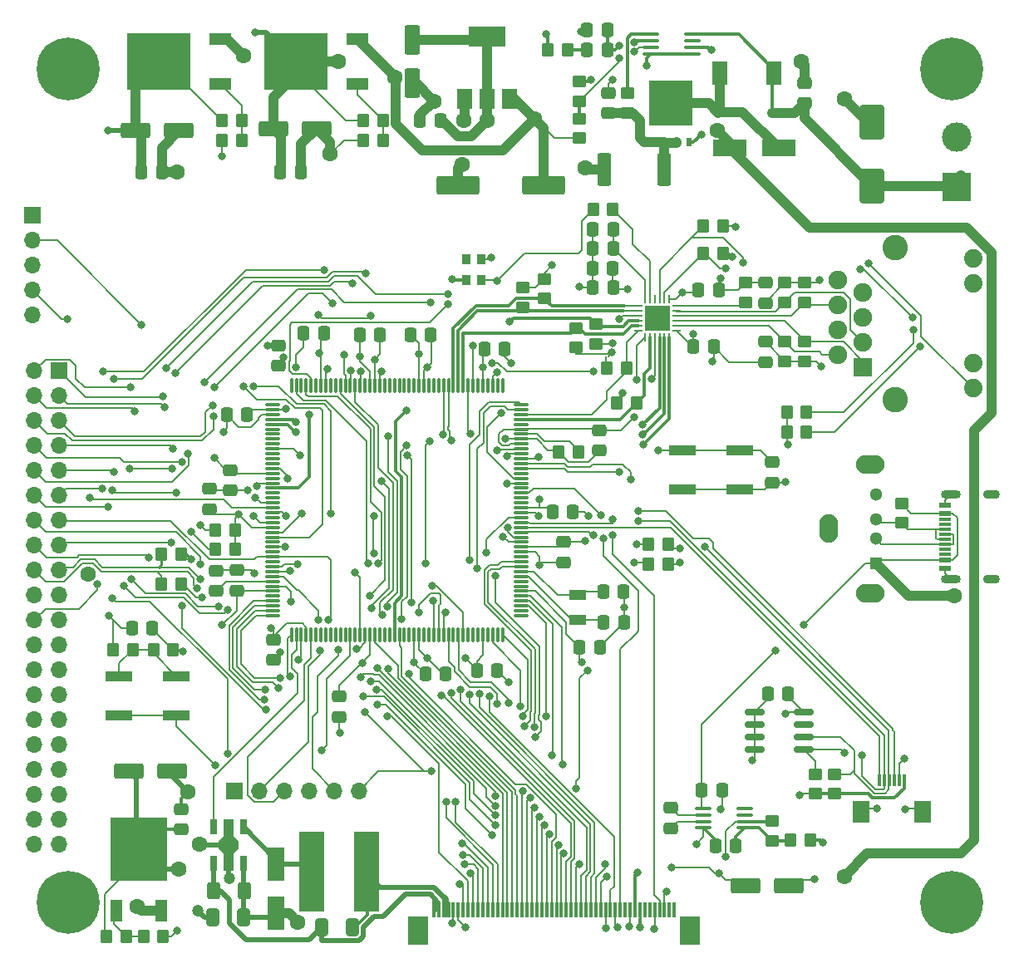
<source format=gbr>
%TF.GenerationSoftware,KiCad,Pcbnew,(5.99.0-9544-g366189b864)*%
%TF.CreationDate,2021-03-13T10:42:39+01:00*%
%TF.ProjectId,Controller,436f6e74-726f-46c6-9c65-722e6b696361,rev?*%
%TF.SameCoordinates,Original*%
%TF.FileFunction,Copper,L1,Top*%
%TF.FilePolarity,Positive*%
%FSLAX46Y46*%
G04 Gerber Fmt 4.6, Leading zero omitted, Abs format (unit mm)*
G04 Created by KiCad (PCBNEW (5.99.0-9544-g366189b864)) date 2021-03-13 10:42:39*
%MOMM*%
%LPD*%
G01*
G04 APERTURE LIST*
G04 Aperture macros list*
%AMRoundRect*
0 Rectangle with rounded corners*
0 $1 Rounding radius*
0 $2 $3 $4 $5 $6 $7 $8 $9 X,Y pos of 4 corners*
0 Add a 4 corners polygon primitive as box body*
4,1,4,$2,$3,$4,$5,$6,$7,$8,$9,$2,$3,0*
0 Add four circle primitives for the rounded corners*
1,1,$1+$1,$2,$3*
1,1,$1+$1,$4,$5*
1,1,$1+$1,$6,$7*
1,1,$1+$1,$8,$9*
0 Add four rect primitives between the rounded corners*
20,1,$1+$1,$2,$3,$4,$5,0*
20,1,$1+$1,$4,$5,$6,$7,0*
20,1,$1+$1,$6,$7,$8,$9,0*
20,1,$1+$1,$8,$9,$2,$3,0*%
%AMFreePoly0*
4,1,13,0.900000,0.500000,2.600000,0.500000,2.600000,-0.500000,0.900000,-0.500000,0.400000,-1.000000,-0.400000,-1.000000,-0.900000,-0.500000,-2.600000,-0.500000,-2.600000,0.500000,-0.900000,0.500000,-0.400000,1.000000,0.400000,1.000000,0.900000,0.500000,0.900000,0.500000,$1*%
G04 Aperture macros list end*
%TA.AperFunction,SMDPad,CuDef*%
%ADD10RoundRect,0.250000X-0.350000X-0.450000X0.350000X-0.450000X0.350000X0.450000X-0.350000X0.450000X0*%
%TD*%
%TA.AperFunction,SMDPad,CuDef*%
%ADD11RoundRect,0.250000X-0.412500X-0.650000X0.412500X-0.650000X0.412500X0.650000X-0.412500X0.650000X0*%
%TD*%
%TA.AperFunction,SMDPad,CuDef*%
%ADD12R,1.800000X1.000000*%
%TD*%
%TA.AperFunction,SMDPad,CuDef*%
%ADD13RoundRect,0.250000X-0.337500X-0.475000X0.337500X-0.475000X0.337500X0.475000X-0.337500X0.475000X0*%
%TD*%
%TA.AperFunction,SMDPad,CuDef*%
%ADD14RoundRect,0.250000X-0.450000X0.350000X-0.450000X-0.350000X0.450000X-0.350000X0.450000X0.350000X0*%
%TD*%
%TA.AperFunction,SMDPad,CuDef*%
%ADD15RoundRect,0.250000X-0.475000X0.337500X-0.475000X-0.337500X0.475000X-0.337500X0.475000X0.337500X0*%
%TD*%
%TA.AperFunction,SMDPad,CuDef*%
%ADD16RoundRect,0.250000X0.450000X-0.350000X0.450000X0.350000X-0.450000X0.350000X-0.450000X-0.350000X0*%
%TD*%
%TA.AperFunction,SMDPad,CuDef*%
%ADD17RoundRect,0.250000X1.000000X-1.500000X1.000000X1.500000X-1.000000X1.500000X-1.000000X-1.500000X0*%
%TD*%
%TA.AperFunction,SMDPad,CuDef*%
%ADD18R,1.200000X2.200000*%
%TD*%
%TA.AperFunction,SMDPad,CuDef*%
%ADD19R,5.800000X6.400000*%
%TD*%
%TA.AperFunction,SMDPad,CuDef*%
%ADD20R,0.300000X1.300000*%
%TD*%
%TA.AperFunction,SMDPad,CuDef*%
%ADD21R,1.800000X2.200000*%
%TD*%
%TA.AperFunction,SMDPad,CuDef*%
%ADD22RoundRect,0.250000X0.350000X0.450000X-0.350000X0.450000X-0.350000X-0.450000X0.350000X-0.450000X0*%
%TD*%
%TA.AperFunction,ComponentPad*%
%ADD23R,1.700000X1.700000*%
%TD*%
%TA.AperFunction,ComponentPad*%
%ADD24O,1.700000X1.700000*%
%TD*%
%TA.AperFunction,SMDPad,CuDef*%
%ADD25RoundRect,0.250000X0.475000X-0.337500X0.475000X0.337500X-0.475000X0.337500X-0.475000X-0.337500X0*%
%TD*%
%TA.AperFunction,SMDPad,CuDef*%
%ADD26RoundRect,0.250000X0.337500X0.475000X-0.337500X0.475000X-0.337500X-0.475000X0.337500X-0.475000X0*%
%TD*%
%TA.AperFunction,SMDPad,CuDef*%
%ADD27RoundRect,0.250000X-1.250000X-0.550000X1.250000X-0.550000X1.250000X0.550000X-1.250000X0.550000X0*%
%TD*%
%TA.AperFunction,SMDPad,CuDef*%
%ADD28R,0.500000X0.850000*%
%TD*%
%TA.AperFunction,SMDPad,CuDef*%
%ADD29R,4.410000X4.550000*%
%TD*%
%TA.AperFunction,SMDPad,CuDef*%
%ADD30RoundRect,0.250000X0.412500X0.650000X-0.412500X0.650000X-0.412500X-0.650000X0.412500X-0.650000X0*%
%TD*%
%TA.AperFunction,SMDPad,CuDef*%
%ADD31RoundRect,0.150000X-0.825000X-0.150000X0.825000X-0.150000X0.825000X0.150000X-0.825000X0.150000X0*%
%TD*%
%TA.AperFunction,SMDPad,CuDef*%
%ADD32RoundRect,0.075000X0.675000X0.075000X-0.675000X0.075000X-0.675000X-0.075000X0.675000X-0.075000X0*%
%TD*%
%TA.AperFunction,SMDPad,CuDef*%
%ADD33RoundRect,0.075000X0.075000X0.675000X-0.075000X0.675000X-0.075000X-0.675000X0.075000X-0.675000X0*%
%TD*%
%TA.AperFunction,ComponentPad*%
%ADD34R,1.300000X1.300000*%
%TD*%
%TA.AperFunction,ComponentPad*%
%ADD35C,1.300000*%
%TD*%
%TA.AperFunction,ComponentPad*%
%ADD36O,2.900000X1.900000*%
%TD*%
%TA.AperFunction,ComponentPad*%
%ADD37O,1.900000X2.900000*%
%TD*%
%TA.AperFunction,SMDPad,CuDef*%
%ADD38RoundRect,0.250000X0.400000X0.625000X-0.400000X0.625000X-0.400000X-0.625000X0.400000X-0.625000X0*%
%TD*%
%TA.AperFunction,SMDPad,CuDef*%
%ADD39R,3.500000X1.800000*%
%TD*%
%TA.AperFunction,ComponentPad*%
%ADD40C,0.800000*%
%TD*%
%TA.AperFunction,ComponentPad*%
%ADD41C,6.400000*%
%TD*%
%TA.AperFunction,SMDPad,CuDef*%
%ADD42R,2.800000X1.000000*%
%TD*%
%TA.AperFunction,SMDPad,CuDef*%
%ADD43RoundRect,0.062500X-0.062500X0.350000X-0.062500X-0.350000X0.062500X-0.350000X0.062500X0.350000X0*%
%TD*%
%TA.AperFunction,SMDPad,CuDef*%
%ADD44RoundRect,0.062500X-0.350000X0.062500X-0.350000X-0.062500X0.350000X-0.062500X0.350000X0.062500X0*%
%TD*%
%TA.AperFunction,SMDPad,CuDef*%
%ADD45R,2.600000X2.600000*%
%TD*%
%TA.AperFunction,SMDPad,CuDef*%
%ADD46RoundRect,0.100000X-0.712500X-0.100000X0.712500X-0.100000X0.712500X0.100000X-0.712500X0.100000X0*%
%TD*%
%TA.AperFunction,SMDPad,CuDef*%
%ADD47RoundRect,0.249999X0.450001X1.425001X-0.450001X1.425001X-0.450001X-1.425001X0.450001X-1.425001X0*%
%TD*%
%TA.AperFunction,SMDPad,CuDef*%
%ADD48R,0.900000X1.000000*%
%TD*%
%TA.AperFunction,ComponentPad*%
%ADD49C,2.600000*%
%TD*%
%TA.AperFunction,ComponentPad*%
%ADD50C,1.890000*%
%TD*%
%TA.AperFunction,ComponentPad*%
%ADD51R,1.900000X1.900000*%
%TD*%
%TA.AperFunction,ComponentPad*%
%ADD52C,1.900000*%
%TD*%
%TA.AperFunction,SMDPad,CuDef*%
%ADD53R,1.160000X0.600000*%
%TD*%
%TA.AperFunction,SMDPad,CuDef*%
%ADD54R,1.160000X0.300000*%
%TD*%
%TA.AperFunction,ComponentPad*%
%ADD55O,1.700000X0.900000*%
%TD*%
%TA.AperFunction,ComponentPad*%
%ADD56O,2.000000X0.900000*%
%TD*%
%TA.AperFunction,SMDPad,CuDef*%
%ADD57R,1.800000X3.500000*%
%TD*%
%TA.AperFunction,SMDPad,CuDef*%
%ADD58RoundRect,0.250000X1.250000X0.550000X-1.250000X0.550000X-1.250000X-0.550000X1.250000X-0.550000X0*%
%TD*%
%TA.AperFunction,SMDPad,CuDef*%
%ADD59R,2.200000X1.200000*%
%TD*%
%TA.AperFunction,SMDPad,CuDef*%
%ADD60R,6.400000X5.800000*%
%TD*%
%TA.AperFunction,SMDPad,CuDef*%
%ADD61R,2.000000X3.000000*%
%TD*%
%TA.AperFunction,SMDPad,CuDef*%
%ADD62R,0.300000X1.600000*%
%TD*%
%TA.AperFunction,SMDPad,CuDef*%
%ADD63R,1.500000X2.400000*%
%TD*%
%TA.AperFunction,SMDPad,CuDef*%
%ADD64RoundRect,0.250000X1.950000X0.700000X-1.950000X0.700000X-1.950000X-0.700000X1.950000X-0.700000X0*%
%TD*%
%TA.AperFunction,SMDPad,CuDef*%
%ADD65R,1.500000X2.000000*%
%TD*%
%TA.AperFunction,SMDPad,CuDef*%
%ADD66R,3.800000X2.000000*%
%TD*%
%TA.AperFunction,SMDPad,CuDef*%
%ADD67R,2.600000X8.200000*%
%TD*%
%TA.AperFunction,SMDPad,CuDef*%
%ADD68R,0.700000X1.500000*%
%TD*%
%TA.AperFunction,SMDPad,CuDef*%
%ADD69FreePoly0,270.000000*%
%TD*%
%TA.AperFunction,SMDPad,CuDef*%
%ADD70RoundRect,0.250000X-0.550000X1.250000X-0.550000X-1.250000X0.550000X-1.250000X0.550000X1.250000X0*%
%TD*%
%TA.AperFunction,ComponentPad*%
%ADD71R,3.000000X3.000000*%
%TD*%
%TA.AperFunction,ComponentPad*%
%ADD72C,3.000000*%
%TD*%
%TA.AperFunction,ViaPad*%
%ADD73C,0.800000*%
%TD*%
%TA.AperFunction,ViaPad*%
%ADD74C,1.600000*%
%TD*%
%TA.AperFunction,ViaPad*%
%ADD75C,1.800000*%
%TD*%
%TA.AperFunction,ViaPad*%
%ADD76C,1.200000*%
%TD*%
%TA.AperFunction,Conductor*%
%ADD77C,0.200000*%
%TD*%
%TA.AperFunction,Conductor*%
%ADD78C,1.000000*%
%TD*%
%TA.AperFunction,Conductor*%
%ADD79C,0.500000*%
%TD*%
%TA.AperFunction,Conductor*%
%ADD80C,0.300000*%
%TD*%
%TA.AperFunction,Conductor*%
%ADD81C,0.250000*%
%TD*%
G04 APERTURE END LIST*
D10*
%TO.P,R40,1*%
%TO.N,Net-(C37-Pad1)*%
X145100000Y-113100000D03*
%TO.P,R40,2*%
%TO.N,GND*%
X147100000Y-113100000D03*
%TD*%
D11*
%TO.P,C36,1*%
%TO.N,Backlight Anode*%
X97337500Y-122000000D03*
%TO.P,C36,2*%
%TO.N,Backlight Cathode*%
X100462500Y-122000000D03*
%TD*%
D12*
%TO.P,Y1,1,1*%
%TO.N,Crystal_32_out*%
X123400000Y-88150000D03*
%TO.P,Y1,2,2*%
%TO.N,Crystal_32_in*%
X123400000Y-90650000D03*
%TD*%
D13*
%TO.P,C34,1*%
%TO.N,+5V*%
X136062500Y-108000000D03*
%TO.P,C34,2*%
%TO.N,GND*%
X138137500Y-108000000D03*
%TD*%
D14*
%TO.P,R19,1*%
%TO.N,LCD_VDD*%
X144505011Y-56340028D03*
%TO.P,R19,2*%
%TO.N,/RX+*%
X144505011Y-58340028D03*
%TD*%
D13*
%TO.P,C20,1*%
%TO.N,LCD_VDD*%
X135717511Y-57090028D03*
%TO.P,C20,2*%
%TO.N,GND*%
X137792511Y-57090028D03*
%TD*%
D15*
%TO.P,C15,1*%
%TO.N,LCD_VDD*%
X125600000Y-71362500D03*
%TO.P,C15,2*%
%TO.N,GND*%
X125600000Y-73437500D03*
%TD*%
D13*
%TO.P,C3,1*%
%TO.N,LCD_VDD*%
X87662500Y-69800000D03*
%TO.P,C3,2*%
%TO.N,GND*%
X89737500Y-69800000D03*
%TD*%
D16*
%TO.P,R11,1*%
%TO.N,Net-(R11-Pad1)*%
X140505011Y-58340028D03*
%TO.P,R11,2*%
%TO.N,GND*%
X140505011Y-56340028D03*
%TD*%
D17*
%TO.P,C28,1*%
%TO.N,Vin*%
X153400000Y-46450000D03*
%TO.P,C28,2*%
%TO.N,GND*%
X153400000Y-39950000D03*
%TD*%
D15*
%TO.P,C43,1*%
%TO.N,RESET*%
X143200000Y-74600000D03*
%TO.P,C43,2*%
%TO.N,GND*%
X143200000Y-76675000D03*
%TD*%
%TO.P,C25,1*%
%TO.N,LCD_VDD*%
X142505011Y-62340028D03*
%TO.P,C25,2*%
%TO.N,GND*%
X142505011Y-64415028D03*
%TD*%
D18*
%TO.P,U4,1,ADJ*%
%TO.N,Net-(R31-Pad2)*%
X76395000Y-120325000D03*
D19*
%TO.P,U4,2,VO*%
%TO.N,2.9V*%
X78675000Y-114025000D03*
D18*
%TO.P,U4,3,VI*%
%TO.N,18V*%
X80955000Y-120325000D03*
%TD*%
D20*
%TO.P,J8,1,Pin_1*%
%TO.N,LCD_CT_INT*%
X154150000Y-107000000D03*
%TO.P,J8,2,Pin_2*%
%TO.N,I2C3_SDA*%
X154650000Y-107000000D03*
%TO.P,J8,3,Pin_3*%
%TO.N,I2C3_SCL*%
X155150000Y-107000000D03*
%TO.P,J8,4,Pin_4*%
%TO.N,LCD_CT_RESET*%
X155650000Y-107000000D03*
%TO.P,J8,5,Pin_5*%
%TO.N,GND*%
X156150000Y-107000000D03*
%TO.P,J8,6,Pin_6*%
%TO.N,LCD_VDD*%
X156650000Y-107000000D03*
D21*
%TO.P,J8,MP,MountPin*%
%TO.N,GND*%
X152250000Y-110250000D03*
X158550000Y-110250000D03*
%TD*%
D22*
%TO.P,R35,1*%
%TO.N,Net-(R34-Pad2)*%
X103600000Y-41800000D03*
%TO.P,R35,2*%
%TO.N,GND*%
X101600000Y-41800000D03*
%TD*%
%TO.P,R23,1*%
%TO.N,Net-(J7-PadL3)*%
X146705011Y-71540028D03*
%TO.P,R23,2*%
%TO.N,GND*%
X144705011Y-71540028D03*
%TD*%
D23*
%TO.P,J4,1,Pin_1*%
%TO.N,GND*%
X67900000Y-49440000D03*
D24*
%TO.P,J4,2,Pin_2*%
%TO.N,Encoder_B*%
X67900000Y-51980000D03*
%TO.P,J4,3,Pin_3*%
%TO.N,+5V*%
X67900000Y-54520000D03*
%TO.P,J4,4,Pin_4*%
%TO.N,Encoder_A*%
X67900000Y-57060000D03*
%TO.P,J4,5,Pin_5*%
%TO.N,GND*%
X67900000Y-59600000D03*
%TD*%
D10*
%TO.P,R21,1*%
%TO.N,LCD_VDD*%
X126400000Y-65000000D03*
%TO.P,R21,2*%
%TO.N,RMII_MDIO*%
X128400000Y-65000000D03*
%TD*%
D16*
%TO.P,R13,1*%
%TO.N,LCD_VDD*%
X146505011Y-64340028D03*
%TO.P,R13,2*%
%TO.N,/TX+*%
X146505011Y-62340028D03*
%TD*%
D25*
%TO.P,C2,1*%
%TO.N,Vcap1*%
X92900000Y-64775000D03*
%TO.P,C2,2*%
%TO.N,GND*%
X92900000Y-62700000D03*
%TD*%
D22*
%TO.P,R44,1*%
%TO.N,Net-(R43-Pad2)*%
X89200000Y-41800000D03*
%TO.P,R44,2*%
%TO.N,GND*%
X87200000Y-41800000D03*
%TD*%
D25*
%TO.P,C12,1*%
%TO.N,LCD_VDD*%
X88700000Y-87700000D03*
%TO.P,C12,2*%
%TO.N,GND*%
X88700000Y-85625000D03*
%TD*%
D26*
%TO.P,C23,1*%
%TO.N,GND*%
X128137500Y-90900000D03*
%TO.P,C23,2*%
%TO.N,Crystal_32_in*%
X126062500Y-90900000D03*
%TD*%
D27*
%TO.P,C50,1*%
%TO.N,9.6V*%
X78400000Y-40800000D03*
%TO.P,C50,2*%
%TO.N,GND*%
X82800000Y-40800000D03*
%TD*%
D10*
%TO.P,R9,1*%
%TO.N,Net-(R9-Pad1)*%
X130600000Y-83000000D03*
%TO.P,R9,2*%
%TO.N,USB_OTG_D+*%
X132600000Y-83000000D03*
%TD*%
D28*
%TO.P,Q1,1,S*%
%TO.N,Net-(C33-Pad1)*%
X130945000Y-42000000D03*
%TO.P,Q1,2,G*%
X132215000Y-42000000D03*
%TO.P,Q1,3,G*%
X133485000Y-42000000D03*
%TO.P,Q1,4,G*%
%TO.N,Net-(Q1-Pad4)*%
X134755000Y-42000000D03*
D29*
%TO.P,Q1,5,D*%
%TO.N,Net-(D2-Pad2)*%
X132850000Y-38050000D03*
%TD*%
D14*
%TO.P,R26,1*%
%TO.N,+5V*%
X156400000Y-78800000D03*
%TO.P,R26,2*%
%TO.N,USB_OTG_D+*%
X156400000Y-80800000D03*
%TD*%
D26*
%TO.P,C45,1*%
%TO.N,LCD_VDD*%
X109437500Y-39800000D03*
%TO.P,C45,2*%
%TO.N,GND*%
X107362500Y-39800000D03*
%TD*%
D30*
%TO.P,C32,1*%
%TO.N,18V*%
X89362500Y-121000000D03*
%TO.P,C32,2*%
%TO.N,GND*%
X86237500Y-121000000D03*
%TD*%
D14*
%TO.P,R16,1*%
%TO.N,LCD_VDD*%
X120005011Y-55940028D03*
%TO.P,R16,2*%
%TO.N,RMII_RXD+*%
X120005011Y-57940028D03*
%TD*%
D31*
%TO.P,U3,1,E0*%
%TO.N,GND*%
X141450000Y-100060000D03*
%TO.P,U3,2,E1*%
X141450000Y-101330000D03*
%TO.P,U3,3,E2*%
X141450000Y-102600000D03*
%TO.P,U3,4,VSS*%
X141450000Y-103870000D03*
%TO.P,U3,5,SDA*%
%TO.N,I2C3_SDA*%
X146400000Y-103870000D03*
%TO.P,U3,6,SCL*%
%TO.N,I2C3_SCL*%
X146400000Y-102600000D03*
%TO.P,U3,7,~WC*%
%TO.N,N/C*%
X146400000Y-101330000D03*
%TO.P,U3,8,VCC*%
%TO.N,LCD_VDD*%
X146400000Y-100060000D03*
%TD*%
D13*
%TO.P,C6,1*%
%TO.N,LCD_VDD*%
X123600000Y-93500000D03*
%TO.P,C6,2*%
%TO.N,GND*%
X125675000Y-93500000D03*
%TD*%
D15*
%TO.P,C13,1*%
%TO.N,LCD_VDD*%
X88000000Y-75400000D03*
%TO.P,C13,2*%
%TO.N,GND*%
X88000000Y-77475000D03*
%TD*%
D32*
%TO.P,U1,1,PE2*%
%TO.N,N/C*%
X117675000Y-90250000D03*
%TO.P,U1,2,PE3*%
X117675000Y-89750000D03*
%TO.P,U1,3,PE4*%
%TO.N,LCD_B0*%
X117675000Y-89250000D03*
%TO.P,U1,4,PE5*%
%TO.N,LCD_G0*%
X117675000Y-88750000D03*
%TO.P,U1,5,PE6*%
%TO.N,LCD_G1*%
X117675000Y-88250000D03*
%TO.P,U1,6,VBAT*%
%TO.N,LCD_VDD*%
X117675000Y-87750000D03*
%TO.P,U1,7,PI8*%
%TO.N,N/C*%
X117675000Y-87250000D03*
%TO.P,U1,8,PC13*%
X117675000Y-86750000D03*
%TO.P,U1,9,PC14*%
%TO.N,Crystal_32_in*%
X117675000Y-86250000D03*
%TO.P,U1,10,PC15*%
%TO.N,Crystal_32_out*%
X117675000Y-85750000D03*
%TO.P,U1,11,PI9*%
%TO.N,LCD_VSYNC*%
X117675000Y-85250000D03*
%TO.P,U1,12,PI10*%
%TO.N,LCD_HSYNC*%
X117675000Y-84750000D03*
%TO.P,U1,13,PI11*%
%TO.N,N/C*%
X117675000Y-84250000D03*
%TO.P,U1,14,VSS*%
%TO.N,GND*%
X117675000Y-83750000D03*
%TO.P,U1,15,VDD*%
%TO.N,LCD_VDD*%
X117675000Y-83250000D03*
%TO.P,U1,16,PF0*%
%TO.N,I2C2_SDA*%
X117675000Y-82750000D03*
%TO.P,U1,17,PF1*%
%TO.N,I2C2_SCL*%
X117675000Y-82250000D03*
%TO.P,U1,18,PF2*%
%TO.N,LCD_CT_RESET*%
X117675000Y-81750000D03*
%TO.P,U1,19,PF3*%
%TO.N,LCD_CT_INT*%
X117675000Y-81250000D03*
%TO.P,U1,20,PF4*%
%TO.N,LCD_DITHB*%
X117675000Y-80750000D03*
%TO.P,U1,21,PF5*%
%TO.N,LDC_MODE*%
X117675000Y-80250000D03*
%TO.P,U1,22,VSS*%
%TO.N,GND*%
X117675000Y-79750000D03*
%TO.P,U1,23,VDD*%
%TO.N,LCD_VDD*%
X117675000Y-79250000D03*
%TO.P,U1,24,PF6*%
%TO.N,N/C*%
X117675000Y-78750000D03*
%TO.P,U1,25,PF7*%
X117675000Y-78250000D03*
%TO.P,U1,26,PF8*%
%TO.N,LCD_SHLR*%
X117675000Y-77750000D03*
%TO.P,U1,27,PF9*%
%TO.N,N/C*%
X117675000Y-77250000D03*
%TO.P,U1,28,PF10*%
%TO.N,LCD_DEN*%
X117675000Y-76750000D03*
%TO.P,U1,29,PH0*%
%TO.N,25Mhz*%
X117675000Y-76250000D03*
%TO.P,U1,30,PH1*%
%TO.N,N/C*%
X117675000Y-75750000D03*
%TO.P,U1,31,NRST*%
%TO.N,RESET*%
X117675000Y-75250000D03*
%TO.P,U1,32,PC0*%
%TO.N,LCD_R5*%
X117675000Y-74750000D03*
%TO.P,U1,33,PC1*%
%TO.N,RMII_MDC*%
X117675000Y-74250000D03*
%TO.P,U1,34,PC2*%
%TO.N,SPI2_MSIO*%
X117675000Y-73750000D03*
%TO.P,U1,35,PC3*%
%TO.N,SPI2_MOSI*%
X117675000Y-73250000D03*
%TO.P,U1,36,VDD*%
%TO.N,LCD_VDD*%
X117675000Y-72750000D03*
%TO.P,U1,37,VSSA*%
%TO.N,GND*%
X117675000Y-72250000D03*
%TO.P,U1,38,VREF+*%
%TO.N,Net-(R7-Pad1)*%
X117675000Y-71750000D03*
%TO.P,U1,39,VDDA*%
%TO.N,LCD_VDD*%
X117675000Y-71250000D03*
%TO.P,U1,40,PA0*%
%TO.N,N/C*%
X117675000Y-70750000D03*
%TO.P,U1,41,PA1*%
%TO.N,RMII_REF_CLK*%
X117675000Y-70250000D03*
%TO.P,U1,42,PA2*%
%TO.N,RMII_MDIO*%
X117675000Y-69750000D03*
%TO.P,U1,43,PH2*%
%TO.N,LCD_R0*%
X117675000Y-69250000D03*
%TO.P,U1,44,PH3*%
%TO.N,LCD_R1*%
X117675000Y-68750000D03*
D33*
%TO.P,U1,45,PH4*%
%TO.N,N/C*%
X115750000Y-66825000D03*
%TO.P,U1,46,PH5*%
X115250000Y-66825000D03*
%TO.P,U1,47,PA3*%
%TO.N,UART_RX2*%
X114750000Y-66825000D03*
%TO.P,U1,48,BYPASS_REG*%
%TO.N,N/C*%
X114250000Y-66825000D03*
%TO.P,U1,49,VDD*%
%TO.N,LCD_VDD*%
X113750000Y-66825000D03*
%TO.P,U1,50,PA4*%
%TO.N,N/C*%
X113250000Y-66825000D03*
%TO.P,U1,51,PA5*%
%TO.N,SPI1_SCK*%
X112750000Y-66825000D03*
%TO.P,U1,52,PA6*%
%TO.N,LCD_G2*%
X112250000Y-66825000D03*
%TO.P,U1,53,PA7*%
%TO.N,RMII_CRS_DV*%
X111750000Y-66825000D03*
%TO.P,U1,54,PC4*%
%TO.N,RMII_RXD-*%
X111250000Y-66825000D03*
%TO.P,U1,55,PC5*%
%TO.N,RMII_RXD+*%
X110750000Y-66825000D03*
%TO.P,U1,56,PB0*%
%TO.N,LCD_R3*%
X110250000Y-66825000D03*
%TO.P,U1,57,PB1*%
%TO.N,LCD_R6*%
X109750000Y-66825000D03*
%TO.P,U1,58,PB2*%
%TO.N,N/C*%
X109250000Y-66825000D03*
%TO.P,U1,59,PF11*%
X108750000Y-66825000D03*
%TO.P,U1,60,PF12*%
X108250000Y-66825000D03*
%TO.P,U1,61,VSS*%
%TO.N,GND*%
X107750000Y-66825000D03*
%TO.P,U1,62,VDD*%
%TO.N,LCD_VDD*%
X107250000Y-66825000D03*
%TO.P,U1,63,PF13*%
%TO.N,N/C*%
X106750000Y-66825000D03*
%TO.P,U1,64,PF14*%
X106250000Y-66825000D03*
%TO.P,U1,65,PF15*%
X105750000Y-66825000D03*
%TO.P,U1,66,PG0*%
X105250000Y-66825000D03*
%TO.P,U1,67,PG1*%
X104750000Y-66825000D03*
%TO.P,U1,68,PE7*%
X104250000Y-66825000D03*
%TO.P,U1,69,PE8*%
X103750000Y-66825000D03*
%TO.P,U1,70,PE9*%
%TO.N,ADDR_LED1*%
X103250000Y-66825000D03*
%TO.P,U1,71,VSS*%
%TO.N,GND*%
X102750000Y-66825000D03*
%TO.P,U1,72,VDD*%
%TO.N,LCD_VDD*%
X102250000Y-66825000D03*
%TO.P,U1,73,PE10*%
%TO.N,N/C*%
X101750000Y-66825000D03*
%TO.P,U1,74,PE11*%
%TO.N,ADDR_LED2*%
X101250000Y-66825000D03*
%TO.P,U1,75,PE12*%
%TO.N,LCD_B4*%
X100750000Y-66825000D03*
%TO.P,U1,76,PE13*%
%TO.N,ADDR_LED3*%
X100250000Y-66825000D03*
%TO.P,U1,77,PE14*%
%TO.N,ADDR_LED4*%
X99750000Y-66825000D03*
%TO.P,U1,78,PE15*%
%TO.N,LCD_R7*%
X99250000Y-66825000D03*
%TO.P,U1,79,PB10*%
%TO.N,N/C*%
X98750000Y-66825000D03*
%TO.P,U1,80,PB11*%
X98250000Y-66825000D03*
%TO.P,U1,81,VCAP_1*%
%TO.N,Vcap1*%
X97750000Y-66825000D03*
%TO.P,U1,82,VDD*%
%TO.N,LCD_VDD*%
X97250000Y-66825000D03*
%TO.P,U1,83,PH6*%
%TO.N,N/C*%
X96750000Y-66825000D03*
%TO.P,U1,84,PH7*%
%TO.N,I2C3_SCL*%
X96250000Y-66825000D03*
%TO.P,U1,85,PH8*%
%TO.N,LCD_R2*%
X95750000Y-66825000D03*
%TO.P,U1,86,PH9*%
%TO.N,N/C*%
X95250000Y-66825000D03*
%TO.P,U1,87,PH10*%
%TO.N,LCD_R4*%
X94750000Y-66825000D03*
%TO.P,U1,88,PH11*%
%TO.N,N/C*%
X94250000Y-66825000D03*
D32*
%TO.P,U1,89,PH12*%
X92325000Y-68750000D03*
%TO.P,U1,90,VSS*%
%TO.N,GND*%
X92325000Y-69250000D03*
%TO.P,U1,91,VDD*%
%TO.N,LCD_VDD*%
X92325000Y-69750000D03*
%TO.P,U1,92,PB12*%
%TO.N,RMII_TXD-*%
X92325000Y-70250000D03*
%TO.P,U1,93,PB13*%
%TO.N,RMII_TXD+*%
X92325000Y-70750000D03*
%TO.P,U1,94,PB14*%
%TO.N,N/C*%
X92325000Y-71250000D03*
%TO.P,U1,95,PB15*%
X92325000Y-71750000D03*
%TO.P,U1,96,PD8*%
X92325000Y-72250000D03*
%TO.P,U1,97,PD9*%
X92325000Y-72750000D03*
%TO.P,U1,98,PD10*%
%TO.N,LCD_B3*%
X92325000Y-73250000D03*
%TO.P,U1,99,PD11*%
%TO.N,N/C*%
X92325000Y-73750000D03*
%TO.P,U1,100,PD12*%
X92325000Y-74250000D03*
%TO.P,U1,101,PD13*%
X92325000Y-74750000D03*
%TO.P,U1,102,VSS*%
%TO.N,GND*%
X92325000Y-75250000D03*
%TO.P,U1,103,VDD*%
%TO.N,LCD_VDD*%
X92325000Y-75750000D03*
%TO.P,U1,104,PD14*%
%TO.N,N/C*%
X92325000Y-76250000D03*
%TO.P,U1,105,PD15*%
%TO.N,USER_BTN*%
X92325000Y-76750000D03*
%TO.P,U1,106,PG2*%
%TO.N,RMII_RXER*%
X92325000Y-77250000D03*
%TO.P,U1,107,PG3*%
%TO.N,N/C*%
X92325000Y-77750000D03*
%TO.P,U1,108,PG4*%
X92325000Y-78250000D03*
%TO.P,U1,109,PG5*%
%TO.N,Galv_Interrupt*%
X92325000Y-78750000D03*
%TO.P,U1,110,PG6*%
%TO.N,Galv_Enable*%
X92325000Y-79250000D03*
%TO.P,U1,111,PG7*%
%TO.N,LCD_PCLK*%
X92325000Y-79750000D03*
%TO.P,U1,112,PG8*%
%TO.N,N/C*%
X92325000Y-80250000D03*
%TO.P,U1,113,VSS*%
%TO.N,GND*%
X92325000Y-80750000D03*
%TO.P,U1,114,VDDUSB*%
%TO.N,LCD_VDD*%
X92325000Y-81250000D03*
%TO.P,U1,115,PC6*%
%TO.N,Encoder_A*%
X92325000Y-81750000D03*
%TO.P,U1,116,PC7*%
%TO.N,Encoder_B*%
X92325000Y-82250000D03*
%TO.P,U1,117,PC8*%
%TO.N,N/C*%
X92325000Y-82750000D03*
%TO.P,U1,118,PC9*%
%TO.N,I2C3_SDA*%
X92325000Y-83250000D03*
%TO.P,U1,119,PA8*%
%TO.N,N/C*%
X92325000Y-83750000D03*
%TO.P,U1,120,PA9*%
%TO.N,UART_TX1*%
X92325000Y-84250000D03*
%TO.P,U1,121,PA10*%
%TO.N,N/C*%
X92325000Y-84750000D03*
%TO.P,U1,122,PA11*%
%TO.N,Net-(R8-Pad1)*%
X92325000Y-85250000D03*
%TO.P,U1,123,PA12*%
%TO.N,Net-(R9-Pad1)*%
X92325000Y-85750000D03*
%TO.P,U1,124,PA13*%
%TO.N,SWD*%
X92325000Y-86250000D03*
%TO.P,U1,125,VCAP_2*%
%TO.N,Vcap2*%
X92325000Y-86750000D03*
%TO.P,U1,126,VSS*%
%TO.N,GND*%
X92325000Y-87250000D03*
%TO.P,U1,127,VDD*%
%TO.N,LCD_VDD*%
X92325000Y-87750000D03*
%TO.P,U1,128,PH13*%
%TO.N,N/C*%
X92325000Y-88250000D03*
%TO.P,U1,129,PH14*%
%TO.N,LCD_G3*%
X92325000Y-88750000D03*
%TO.P,U1,130,PH15*%
%TO.N,LCD_G4*%
X92325000Y-89250000D03*
%TO.P,U1,131,PI0*%
%TO.N,LCD_G5*%
X92325000Y-89750000D03*
%TO.P,U1,132,PI1*%
%TO.N,LCD_G6*%
X92325000Y-90250000D03*
D33*
%TO.P,U1,133,PI2*%
%TO.N,LCD_G7*%
X94250000Y-92175000D03*
%TO.P,U1,134,PI3*%
%TO.N,Backlight*%
X94750000Y-92175000D03*
%TO.P,U1,135,VSS*%
%TO.N,GND*%
X95250000Y-92175000D03*
%TO.P,U1,136,VDD*%
%TO.N,LCD_VDD*%
X95750000Y-92175000D03*
%TO.P,U1,137,PA14*%
%TO.N,SWCLK*%
X96250000Y-92175000D03*
%TO.P,U1,138,PA15*%
%TO.N,N/C*%
X96750000Y-92175000D03*
%TO.P,U1,139,PC10*%
X97250000Y-92175000D03*
%TO.P,U1,140,PC11*%
X97750000Y-92175000D03*
%TO.P,U1,141,PC12*%
X98250000Y-92175000D03*
%TO.P,U1,142,PD0*%
X98750000Y-92175000D03*
%TO.P,U1,143,PD1*%
X99250000Y-92175000D03*
%TO.P,U1,144,PD2*%
X99750000Y-92175000D03*
%TO.P,U1,145,PD3*%
%TO.N,SPI2_SCK*%
X100250000Y-92175000D03*
%TO.P,U1,146,PD4*%
%TO.N,N/C*%
X100750000Y-92175000D03*
%TO.P,U1,147,PD5*%
%TO.N,UART_TX2*%
X101250000Y-92175000D03*
%TO.P,U1,148,VSS*%
%TO.N,GND*%
X101750000Y-92175000D03*
%TO.P,U1,149,VDD*%
%TO.N,LCD_VDD*%
X102250000Y-92175000D03*
%TO.P,U1,150,PD6*%
%TO.N,LCD_B2*%
X102750000Y-92175000D03*
%TO.P,U1,151,PD7*%
%TO.N,N/C*%
X103250000Y-92175000D03*
%TO.P,U1,152,PG9*%
X103750000Y-92175000D03*
%TO.P,U1,153,PG10*%
X104250000Y-92175000D03*
%TO.P,U1,154,PG11*%
%TO.N,RMII_TXEN*%
X104750000Y-92175000D03*
%TO.P,U1,155,PG12*%
%TO.N,LCD_B1*%
X105250000Y-92175000D03*
%TO.P,U1,156,PG13*%
%TO.N,N/C*%
X105750000Y-92175000D03*
%TO.P,U1,157,PG14*%
X106250000Y-92175000D03*
%TO.P,U1,158,VSS*%
%TO.N,GND*%
X106750000Y-92175000D03*
%TO.P,U1,159,VDD*%
%TO.N,LCD_VDD*%
X107250000Y-92175000D03*
%TO.P,U1,160,PG15*%
%TO.N,N/C*%
X107750000Y-92175000D03*
%TO.P,U1,161,PB3*%
X108250000Y-92175000D03*
%TO.P,U1,162,PB4*%
%TO.N,SPI1_MOSI*%
X108750000Y-92175000D03*
%TO.P,U1,163,PB5*%
%TO.N,SPI1_MSIO*%
X109250000Y-92175000D03*
%TO.P,U1,164,PB6*%
%TO.N,I2C1_SCL*%
X109750000Y-92175000D03*
%TO.P,U1,165,PB7*%
%TO.N,UART_RX1*%
X110250000Y-92175000D03*
%TO.P,U1,166,BOOT0*%
%TO.N,N/C*%
X110750000Y-92175000D03*
%TO.P,U1,167,PB8*%
%TO.N,LCD_B6*%
X111250000Y-92175000D03*
%TO.P,U1,168,PB9*%
%TO.N,I2C1_SDA*%
X111750000Y-92175000D03*
%TO.P,U1,169,PE0*%
%TO.N,N/C*%
X112250000Y-92175000D03*
%TO.P,U1,170,PE1*%
X112750000Y-92175000D03*
%TO.P,U1,171,PDR_ON*%
X113250000Y-92175000D03*
%TO.P,U1,172,VDD*%
%TO.N,LCD_VDD*%
X113750000Y-92175000D03*
%TO.P,U1,173,PI4*%
%TO.N,N/C*%
X114250000Y-92175000D03*
%TO.P,U1,174,PI5*%
%TO.N,LCD_B5*%
X114750000Y-92175000D03*
%TO.P,U1,175,PI6*%
%TO.N,N/C*%
X115250000Y-92175000D03*
%TO.P,U1,176,PI7*%
%TO.N,LCD_B7*%
X115750000Y-92175000D03*
%TD*%
D15*
%TO.P,C16,1*%
%TO.N,LCD_VDD*%
X92400000Y-92700000D03*
%TO.P,C16,2*%
%TO.N,GND*%
X92400000Y-94775000D03*
%TD*%
D10*
%TO.P,R34,1*%
%TO.N,+5V*%
X101600000Y-39800000D03*
%TO.P,R34,2*%
%TO.N,Net-(R34-Pad2)*%
X103600000Y-39800000D03*
%TD*%
D34*
%TO.P,J5,1,VBUS*%
%TO.N,+5V*%
X153785000Y-84900000D03*
D35*
%TO.P,J5,2,D-*%
%TO.N,USB_OTG_D-*%
X153785000Y-82400000D03*
%TO.P,J5,3,D+*%
%TO.N,USB_OTG_D+*%
X153785000Y-80400000D03*
%TO.P,J5,4,GND*%
%TO.N,GND*%
X153785000Y-77900000D03*
D36*
%TO.P,J5,5,Shield*%
X153185000Y-87970000D03*
D37*
X149005000Y-81400000D03*
D36*
X153185000Y-74830000D03*
%TD*%
D26*
%TO.P,C27,1*%
%TO.N,LCD_VDD*%
X144837500Y-98200000D03*
%TO.P,C27,2*%
%TO.N,GND*%
X142762500Y-98200000D03*
%TD*%
D25*
%TO.P,C1,1*%
%TO.N,Vcap2*%
X86600000Y-87725000D03*
%TO.P,C1,2*%
%TO.N,GND*%
X86600000Y-85650000D03*
%TD*%
D26*
%TO.P,C19,1*%
%TO.N,LCD_VDD*%
X127042511Y-56840028D03*
%TO.P,C19,2*%
%TO.N,GND*%
X124967511Y-56840028D03*
%TD*%
D10*
%TO.P,R5,1*%
%TO.N,I2C1_SCL*%
X81000000Y-84000000D03*
%TO.P,R5,2*%
%TO.N,LCD_VDD*%
X83000000Y-84000000D03*
%TD*%
D13*
%TO.P,C42,1*%
%TO.N,LCD_VDD*%
X113125000Y-95800000D03*
%TO.P,C42,2*%
%TO.N,GND*%
X115200000Y-95800000D03*
%TD*%
D22*
%TO.P,R25,1*%
%TO.N,Net-(J7-PadL2)*%
X146705011Y-69540028D03*
%TO.P,R25,2*%
%TO.N,GND*%
X144705011Y-69540028D03*
%TD*%
D38*
%TO.P,R38,1*%
%TO.N,18V*%
X89450000Y-118300000D03*
%TO.P,R38,2*%
%TO.N,Backlight Anode*%
X86350000Y-118300000D03*
%TD*%
D15*
%TO.P,C35,1*%
%TO.N,Net-(C35-Pad1)*%
X132900000Y-109825000D03*
%TO.P,C35,2*%
%TO.N,Net-(C35-Pad2)*%
X132900000Y-111900000D03*
%TD*%
D27*
%TO.P,C46,1*%
%TO.N,2.9V*%
X77700000Y-106100000D03*
%TO.P,C46,2*%
%TO.N,GND*%
X82100000Y-106100000D03*
%TD*%
D16*
%TO.P,R15,1*%
%TO.N,LCD_VDD*%
X144505011Y-64340028D03*
%TO.P,R15,2*%
%TO.N,/TX-*%
X144505011Y-62340028D03*
%TD*%
D39*
%TO.P,D2,1,K*%
%TO.N,18V*%
X138900000Y-42600000D03*
%TO.P,D2,2,A*%
%TO.N,Net-(D2-Pad2)*%
X143900000Y-42600000D03*
%TD*%
D22*
%TO.P,R33,1*%
%TO.N,Net-(C31-Pad2)*%
X122400000Y-32600000D03*
%TO.P,R33,2*%
%TO.N,GND*%
X120400000Y-32600000D03*
%TD*%
D13*
%TO.P,C11,1*%
%TO.N,LCD_VDD*%
X113900000Y-63100000D03*
%TO.P,C11,2*%
%TO.N,GND*%
X115975000Y-63100000D03*
%TD*%
D40*
%TO.P,REF\u002A\u002A,1*%
%TO.N,N/C*%
X69100000Y-34500000D03*
D41*
X71500000Y-34500000D03*
D40*
X73197056Y-36197056D03*
X73900000Y-34500000D03*
X69802944Y-36197056D03*
X73197056Y-32802944D03*
X69802944Y-32802944D03*
X71500000Y-32100000D03*
X71500000Y-36900000D03*
%TD*%
D42*
%TO.P,SW2,1,1*%
%TO.N,RESET*%
X139900000Y-73400000D03*
X134100000Y-73400000D03*
%TO.P,SW2,2,2*%
%TO.N,GND*%
X134100000Y-77400000D03*
X139900000Y-77400000D03*
%TD*%
D14*
%TO.P,R2,1*%
%TO.N,I2C3_SDA*%
X147600000Y-106400000D03*
%TO.P,R2,2*%
%TO.N,LCD_VDD*%
X147600000Y-108400000D03*
%TD*%
D26*
%TO.P,C26,1*%
%TO.N,GND*%
X80075000Y-91500000D03*
%TO.P,C26,2*%
%TO.N,USER_BTN*%
X78000000Y-91500000D03*
%TD*%
D10*
%TO.P,R10,1*%
%TO.N,25Mhz*%
X125005011Y-48840028D03*
%TO.P,R10,2*%
%TO.N,Net-(R10-Pad2)*%
X127005011Y-48840028D03*
%TD*%
D43*
%TO.P,U2,1,VDD2A*%
%TO.N,LCD_VDD*%
X132755011Y-58022528D03*
%TO.P,U2,2,LED2/nINTSEL*%
%TO.N,Net-(J7-PadL1)*%
X132255011Y-58022528D03*
%TO.P,U2,3,LED1/REGOFF*%
%TO.N,Net-(J7-PadL4)*%
X131755011Y-58022528D03*
%TO.P,U2,4,XTAL2*%
%TO.N,N/C*%
X131255011Y-58022528D03*
%TO.P,U2,5,XTAL1/CLKIN*%
%TO.N,Net-(R10-Pad2)*%
X130755011Y-58022528D03*
%TO.P,U2,6,VDDCR*%
%TO.N,Net-(C21-Pad1)*%
X130255011Y-58022528D03*
D44*
%TO.P,U2,7,RXD1/MODE1*%
%TO.N,RMII_RXD+*%
X129567511Y-58710028D03*
%TO.P,U2,8,RXD0/MODE0*%
%TO.N,RMII_RXD-*%
X129567511Y-59210028D03*
%TO.P,U2,9,VDDIO*%
%TO.N,LCD_VDD*%
X129567511Y-59710028D03*
%TO.P,U2,10,RXER/PHYAD0*%
%TO.N,RMII_RXER*%
X129567511Y-60210028D03*
%TO.P,U2,11,CRS_DV/MODE2*%
%TO.N,RMII_CRS_DV*%
X129567511Y-60710028D03*
%TO.P,U2,12,MDIO*%
%TO.N,RMII_MDIO*%
X129567511Y-61210028D03*
D43*
%TO.P,U2,13,MDC*%
%TO.N,RMII_MDC*%
X130255011Y-61897528D03*
%TO.P,U2,14,INT/REFCLKO*%
%TO.N,RMII_REF_CLK*%
X130755011Y-61897528D03*
%TO.P,U2,15,RST*%
%TO.N,RESET*%
X131255011Y-61897528D03*
%TO.P,U2,16,TXEN*%
%TO.N,RMII_TXEN*%
X131755011Y-61897528D03*
%TO.P,U2,17,TXD0*%
%TO.N,RMII_TXD-*%
X132255011Y-61897528D03*
%TO.P,U2,18,TXD1*%
%TO.N,RMII_TXD+*%
X132755011Y-61897528D03*
D44*
%TO.P,U2,19,VDD1A*%
%TO.N,LCD_VDD*%
X133442511Y-61210028D03*
%TO.P,U2,20,TXN*%
%TO.N,/TX-*%
X133442511Y-60710028D03*
%TO.P,U2,21,TXP*%
%TO.N,/TX+*%
X133442511Y-60210028D03*
%TO.P,U2,22,RXN*%
%TO.N,/RX-*%
X133442511Y-59710028D03*
%TO.P,U2,23,RXP*%
%TO.N,/RX+*%
X133442511Y-59210028D03*
%TO.P,U2,24,RBIAS*%
%TO.N,Net-(R11-Pad1)*%
X133442511Y-58710028D03*
D45*
%TO.P,U2,25,VSS*%
%TO.N,GND*%
X131505011Y-59960028D03*
%TD*%
D40*
%TO.P,REF\u002A\u002A,1*%
%TO.N,N/C*%
X159100000Y-119500000D03*
D41*
X161500000Y-119500000D03*
D40*
X163197056Y-121197056D03*
X163900000Y-119500000D03*
X159802944Y-121197056D03*
X163197056Y-117802944D03*
X159802944Y-117802944D03*
X161500000Y-117100000D03*
X161500000Y-121900000D03*
%TD*%
D14*
%TO.P,R1,1*%
%TO.N,I2C3_SCL*%
X149600000Y-106400000D03*
%TO.P,R1,2*%
%TO.N,LCD_VDD*%
X149600000Y-108400000D03*
%TD*%
D46*
%TO.P,U10,1,Vcc*%
%TO.N,+5V*%
X136187500Y-109925000D03*
%TO.P,U10,2,C1+*%
%TO.N,Net-(C35-Pad1)*%
X136187500Y-110575000D03*
%TO.P,U10,3,C1-*%
%TO.N,Net-(C35-Pad2)*%
X136187500Y-111225000D03*
%TO.P,U10,4,GND*%
%TO.N,GND*%
X136187500Y-111875000D03*
%TO.P,U10,5,ADJ*%
%TO.N,Net-(C37-Pad1)*%
X140412500Y-111875000D03*
%TO.P,U10,6,OUT*%
%TO.N,-6V*%
X140412500Y-111225000D03*
%TO.P,U10,7,REG*%
%TO.N,N/C*%
X140412500Y-110575000D03*
%TO.P,U10,8,SHDN*%
X140412500Y-109925000D03*
%TD*%
D26*
%TO.P,C30,1*%
%TO.N,Net-(C30-Pad1)*%
X126437500Y-30600000D03*
%TO.P,C30,2*%
%TO.N,GND*%
X124362500Y-30600000D03*
%TD*%
%TO.P,C5,1*%
%TO.N,LCD_VDD*%
X97575000Y-61500000D03*
%TO.P,C5,2*%
%TO.N,GND*%
X95500000Y-61500000D03*
%TD*%
%TO.P,C8,1*%
%TO.N,LCD_VDD*%
X109975000Y-96200000D03*
%TO.P,C8,2*%
%TO.N,GND*%
X107900000Y-96200000D03*
%TD*%
D10*
%TO.P,R32,1*%
%TO.N,Net-(R31-Pad2)*%
X79200000Y-122900000D03*
%TO.P,R32,2*%
%TO.N,GND*%
X81200000Y-122900000D03*
%TD*%
D14*
%TO.P,R42,1*%
%TO.N,Net-(R41-Pad1)*%
X123600000Y-39600000D03*
%TO.P,R42,2*%
%TO.N,18V*%
X123600000Y-41600000D03*
%TD*%
D13*
%TO.P,C49,1*%
%TO.N,+5V*%
X93125000Y-45000000D03*
%TO.P,C49,2*%
%TO.N,GND*%
X95200000Y-45000000D03*
%TD*%
D47*
%TO.P,R37,1*%
%TO.N,Net-(C33-Pad1)*%
X132250000Y-44800000D03*
%TO.P,R37,2*%
%TO.N,GND*%
X126150000Y-44800000D03*
%TD*%
D14*
%TO.P,R39,1*%
%TO.N,-6V*%
X143200000Y-111200000D03*
%TO.P,R39,2*%
%TO.N,Net-(C37-Pad1)*%
X143200000Y-113200000D03*
%TD*%
D13*
%TO.P,C7,1*%
%TO.N,LCD_VDD*%
X101225000Y-61600000D03*
%TO.P,C7,2*%
%TO.N,GND*%
X103300000Y-61600000D03*
%TD*%
D42*
%TO.P,SW1,1,1*%
%TO.N,LCD_VDD*%
X82500000Y-100400000D03*
X76700000Y-100400000D03*
%TO.P,SW1,2,2*%
%TO.N,Net-(R27-Pad1)*%
X82500000Y-96400000D03*
X76700000Y-96400000D03*
%TD*%
D14*
%TO.P,R22,1*%
%TO.N,LCD_VDD*%
X146505011Y-56340028D03*
%TO.P,R22,2*%
%TO.N,/RX-*%
X146505011Y-58340028D03*
%TD*%
D13*
%TO.P,C17,1*%
%TO.N,LCD_VDD*%
X135180011Y-62840028D03*
%TO.P,C17,2*%
%TO.N,GND*%
X137255011Y-62840028D03*
%TD*%
D10*
%TO.P,R3,1*%
%TO.N,I2C2_SCL*%
X86500000Y-81500000D03*
%TO.P,R3,2*%
%TO.N,LCD_VDD*%
X88500000Y-81500000D03*
%TD*%
D48*
%TO.P,X1,1,EN*%
%TO.N,Net-(R28-Pad2)*%
X112025000Y-53925000D03*
%TO.P,X1,2,GND*%
%TO.N,GND*%
X112025000Y-56075000D03*
%TO.P,X1,3,OUT*%
%TO.N,25Mhz*%
X113575000Y-56075000D03*
%TO.P,X1,4,V+*%
%TO.N,LCD_VDD*%
X113575000Y-53925000D03*
%TD*%
D10*
%TO.P,R4,1*%
%TO.N,I2C2_SDA*%
X86500000Y-83500000D03*
%TO.P,R4,2*%
%TO.N,LCD_VDD*%
X88500000Y-83500000D03*
%TD*%
D26*
%TO.P,C31,1*%
%TO.N,Net-(C30-Pad1)*%
X126437500Y-32600000D03*
%TO.P,C31,2*%
%TO.N,Net-(C31-Pad2)*%
X124362500Y-32600000D03*
%TD*%
D10*
%TO.P,R20,1*%
%TO.N,LCD_VDD*%
X127400000Y-68600000D03*
%TO.P,R20,2*%
%TO.N,RMII_REF_CLK*%
X129400000Y-68600000D03*
%TD*%
%TO.P,R6,1*%
%TO.N,I2C1_SDA*%
X81000000Y-87000000D03*
%TO.P,R6,2*%
%TO.N,LCD_VDD*%
X83000000Y-87000000D03*
%TD*%
D14*
%TO.P,R36,1*%
%TO.N,Net-(R36-Pad1)*%
X128500000Y-37000000D03*
%TO.P,R36,2*%
%TO.N,Net-(C33-Pad1)*%
X128500000Y-39000000D03*
%TD*%
D13*
%TO.P,C9,1*%
%TO.N,LCD_VDD*%
X106362500Y-61600000D03*
%TO.P,C9,2*%
%TO.N,GND*%
X108437500Y-61600000D03*
%TD*%
D26*
%TO.P,C37,1*%
%TO.N,Net-(C37-Pad1)*%
X139500000Y-113700000D03*
%TO.P,C37,2*%
%TO.N,GND*%
X137425000Y-113700000D03*
%TD*%
%TO.P,C21,1*%
%TO.N,Net-(C21-Pad1)*%
X127012511Y-52840028D03*
%TO.P,C21,2*%
%TO.N,GND*%
X124937511Y-52840028D03*
%TD*%
D16*
%TO.P,R18,1*%
%TO.N,LCD_VDD*%
X123205011Y-62940028D03*
%TO.P,R18,2*%
%TO.N,RMII_CRS_DV*%
X123205011Y-60940028D03*
%TD*%
D25*
%TO.P,C47,1*%
%TO.N,2.9V*%
X83000000Y-112037500D03*
%TO.P,C47,2*%
%TO.N,GND*%
X83000000Y-109962500D03*
%TD*%
D49*
%TO.P,J7,13,SHIELD*%
%TO.N,GND*%
X155760011Y-68210028D03*
X155760011Y-52710028D03*
D50*
%TO.P,J7,L1,LEDY_A*%
%TO.N,Net-(J7-PadL1)*%
X163710011Y-53835028D03*
%TO.P,J7,L2,LEDY_K*%
%TO.N,Net-(J7-PadL2)*%
X163710011Y-56375028D03*
%TO.P,J7,L3,LEDG_K*%
%TO.N,Net-(J7-PadL3)*%
X163710011Y-64532528D03*
%TO.P,J7,L4,LEDG_A*%
%TO.N,Net-(J7-PadL4)*%
X163710011Y-67072528D03*
D51*
%TO.P,J7,R1,TD+*%
%TO.N,/TX+*%
X152450011Y-64910028D03*
D52*
%TO.P,J7,R2,TD-*%
%TO.N,/TX-*%
X149910011Y-63640028D03*
%TO.P,J7,R3,RD+*%
%TO.N,/RX+*%
X152450011Y-62370028D03*
%TO.P,J7,R4,TCT*%
%TO.N,LCD_VDD*%
X149910011Y-61100028D03*
%TO.P,J7,R5,RCT*%
X152450011Y-59830028D03*
%TO.P,J7,R6,RD-*%
%TO.N,/RX-*%
X149910011Y-58560028D03*
%TO.P,J7,R7,NC*%
%TO.N,N/C*%
X152450011Y-57290028D03*
%TO.P,J7,R8,GND*%
%TO.N,GND*%
X149910011Y-56020028D03*
%TD*%
D26*
%TO.P,C18,1*%
%TO.N,LCD_VDD*%
X127005011Y-54840028D03*
%TO.P,C18,2*%
%TO.N,GND*%
X124930011Y-54840028D03*
%TD*%
D25*
%TO.P,C33,1*%
%TO.N,Net-(C33-Pad1)*%
X126500000Y-39037500D03*
%TO.P,C33,2*%
%TO.N,GND*%
X126500000Y-36962500D03*
%TD*%
D16*
%TO.P,R24,1*%
%TO.N,GND*%
X125255011Y-62540028D03*
%TO.P,R24,2*%
%TO.N,RMII_RXER*%
X125255011Y-60540028D03*
%TD*%
D53*
%TO.P,J6,A1,GND*%
%TO.N,GND*%
X160815000Y-85400000D03*
%TO.P,J6,A4,VBUS*%
%TO.N,+5V*%
X160815000Y-84600000D03*
D54*
%TO.P,J6,A5,CC1*%
%TO.N,N/C*%
X160815000Y-83450000D03*
%TO.P,J6,A6,D+*%
%TO.N,USB_OTG_D+*%
X160815000Y-82450000D03*
%TO.P,J6,A7,D-*%
%TO.N,USB_OTG_D-*%
X160815000Y-81950000D03*
%TO.P,J6,A8,SBU1*%
%TO.N,N/C*%
X160815000Y-80950000D03*
D53*
%TO.P,J6,A9,VBUS*%
%TO.N,+5V*%
X160815000Y-79800000D03*
%TO.P,J6,A12,GND*%
%TO.N,GND*%
X160815000Y-79000000D03*
%TO.P,J6,B1,GND*%
X160815000Y-79000000D03*
%TO.P,J6,B4,VBUS*%
%TO.N,+5V*%
X160815000Y-79800000D03*
D54*
%TO.P,J6,B5,CC2*%
%TO.N,N/C*%
X160815000Y-80450000D03*
%TO.P,J6,B6,D+*%
%TO.N,USB_OTG_D+*%
X160815000Y-81450000D03*
%TO.P,J6,B7,D-*%
%TO.N,USB_OTG_D-*%
X160815000Y-82950000D03*
%TO.P,J6,B8,SBU2*%
%TO.N,N/C*%
X160815000Y-83950000D03*
D53*
%TO.P,J6,B9,VBUS*%
%TO.N,+5V*%
X160815000Y-84600000D03*
%TO.P,J6,B12,GND*%
%TO.N,GND*%
X160815000Y-85400000D03*
D55*
%TO.P,J6,S1,SHIELD*%
X165565000Y-77880000D03*
D56*
X161395000Y-86520000D03*
D55*
X165565000Y-86520000D03*
D56*
X161395000Y-77880000D03*
%TD*%
D15*
%TO.P,C10,1*%
%TO.N,LCD_VDD*%
X99100000Y-98500000D03*
%TO.P,C10,2*%
%TO.N,GND*%
X99100000Y-100575000D03*
%TD*%
D13*
%TO.P,C4,1*%
%TO.N,LCD_VDD*%
X120862500Y-79700000D03*
%TO.P,C4,2*%
%TO.N,GND*%
X122937500Y-79700000D03*
%TD*%
D26*
%TO.P,C40,1*%
%TO.N,GND*%
X128075000Y-87800000D03*
%TO.P,C40,2*%
%TO.N,Crystal_32_out*%
X126000000Y-87800000D03*
%TD*%
D57*
%TO.P,D1,1,K*%
%TO.N,18V*%
X92700000Y-120600000D03*
%TO.P,D1,2,A*%
%TO.N,Net-(D1-Pad2)*%
X92700000Y-115600000D03*
%TD*%
D40*
%TO.P,REF\u002A\u002A,1*%
%TO.N,N/C*%
X159100000Y-34500000D03*
X163197056Y-32802944D03*
X161500000Y-32100000D03*
X159802944Y-32802944D03*
X159802944Y-36197056D03*
X163197056Y-36197056D03*
X163900000Y-34500000D03*
X161500000Y-36900000D03*
D41*
X161500000Y-34500000D03*
%TD*%
D25*
%TO.P,C24,1*%
%TO.N,LCD_VDD*%
X142505011Y-58377528D03*
%TO.P,C24,2*%
%TO.N,GND*%
X142505011Y-56302528D03*
%TD*%
D27*
%TO.P,C48,1*%
%TO.N,+5V*%
X92400000Y-40600000D03*
%TO.P,C48,2*%
%TO.N,GND*%
X96800000Y-40600000D03*
%TD*%
D58*
%TO.P,C38,1*%
%TO.N,GND*%
X144900000Y-117800000D03*
%TO.P,C38,2*%
%TO.N,-6V*%
X140500000Y-117800000D03*
%TD*%
D10*
%TO.P,R12,1*%
%TO.N,Net-(J7-PadL4)*%
X136205011Y-50540028D03*
%TO.P,R12,2*%
%TO.N,GND*%
X138205011Y-50540028D03*
%TD*%
D59*
%TO.P,U9,1,ADJ*%
%TO.N,Net-(R43-Pad2)*%
X87000000Y-36080000D03*
D60*
%TO.P,U9,2,VO*%
%TO.N,9.6V*%
X80700000Y-33800000D03*
D59*
%TO.P,U9,3,VI*%
%TO.N,18V*%
X87000000Y-31520000D03*
%TD*%
D10*
%TO.P,R27,1*%
%TO.N,Net-(R27-Pad1)*%
X80200000Y-93700000D03*
%TO.P,R27,2*%
%TO.N,GND*%
X82200000Y-93700000D03*
%TD*%
D61*
%TO.P,J9,0*%
%TO.N,N/C*%
X134850000Y-122300000D03*
X107150000Y-122300000D03*
D62*
%TO.P,J9,1,Pin_1*%
%TO.N,Backlight Anode*%
X108750000Y-120200000D03*
%TO.P,J9,2,Pin_2*%
X109250000Y-120200000D03*
%TO.P,J9,3,Pin_3*%
%TO.N,Backlight Cathode*%
X109750000Y-120200000D03*
%TO.P,J9,4,Pin_4*%
X110250000Y-120200000D03*
%TO.P,J9,5,Pin_5*%
%TO.N,GND*%
X110750000Y-120200000D03*
%TO.P,J9,6,Pin_6*%
%TO.N,2.9V*%
X111250000Y-120200000D03*
%TO.P,J9,7,Pin_7*%
%TO.N,LCD_VDD*%
X111750000Y-120200000D03*
%TO.P,J9,8,Pin_8*%
%TO.N,LCD_DEN*%
X112250000Y-120200000D03*
%TO.P,J9,9,Pin_9*%
%TO.N,LDC_MODE*%
X112750000Y-120200000D03*
%TO.P,J9,10,Pin_10*%
%TO.N,LCD_VSYNC*%
X113250000Y-120200000D03*
%TO.P,J9,11,Pin_11*%
%TO.N,LCD_HSYNC*%
X113750000Y-120200000D03*
%TO.P,J9,12,Pin_12*%
%TO.N,LCD_B7*%
X114250000Y-120200000D03*
%TO.P,J9,13,Pin_13*%
%TO.N,LCD_B6*%
X114750000Y-120200000D03*
%TO.P,J9,14,Pin_14*%
%TO.N,LCD_B5*%
X115250000Y-120200000D03*
%TO.P,J9,15,Pin_15*%
%TO.N,LCD_B4*%
X115750000Y-120200000D03*
%TO.P,J9,16,Pin_16*%
%TO.N,LCD_B3*%
X116250000Y-120200000D03*
%TO.P,J9,17,Pin_17*%
%TO.N,LCD_B2*%
X116750000Y-120200000D03*
%TO.P,J9,18,Pin_18*%
%TO.N,LCD_B1*%
X117250000Y-120200000D03*
%TO.P,J9,19,Pin_19*%
%TO.N,LCD_B0*%
X117750000Y-120200000D03*
%TO.P,J9,20,Pin_20*%
%TO.N,LCD_G7*%
X118250000Y-120200000D03*
%TO.P,J9,21,Pin_21*%
%TO.N,LCD_G6*%
X118750000Y-120200000D03*
%TO.P,J9,22,Pin_22*%
%TO.N,LCD_G5*%
X119250000Y-120200000D03*
%TO.P,J9,23,Pin_23*%
%TO.N,LCD_G4*%
X119750000Y-120200000D03*
%TO.P,J9,24,Pin_24*%
%TO.N,LCD_G3*%
X120250000Y-120200000D03*
%TO.P,J9,25,Pin_25*%
%TO.N,LCD_G2*%
X120750000Y-120200000D03*
%TO.P,J9,26,Pin_26*%
%TO.N,LCD_G1*%
X121250000Y-120200000D03*
%TO.P,J9,27,Pin_27*%
%TO.N,LCD_G0*%
X121750000Y-120200000D03*
%TO.P,J9,28,Pin_28*%
%TO.N,LCD_R7*%
X122250000Y-120200000D03*
%TO.P,J9,29,Pin_29*%
%TO.N,LCD_R6*%
X122750000Y-120200000D03*
%TO.P,J9,30,Pin_30*%
%TO.N,LCD_R5*%
X123250000Y-120200000D03*
%TO.P,J9,31,Pin_31*%
%TO.N,LCD_R4*%
X123750000Y-120200000D03*
%TO.P,J9,32,Pin_32*%
%TO.N,LCD_R3*%
X124250000Y-120200000D03*
%TO.P,J9,33,Pin_33*%
%TO.N,LCD_R2*%
X124750000Y-120200000D03*
%TO.P,J9,34,Pin_34*%
%TO.N,LCD_R1*%
X125250000Y-120200000D03*
%TO.P,J9,35,Pin_35*%
%TO.N,LCD_R0*%
X125750000Y-120200000D03*
%TO.P,J9,36,Pin_36*%
%TO.N,GND*%
X126250000Y-120200000D03*
%TO.P,J9,37,Pin_37*%
%TO.N,LCD_PCLK*%
X126750000Y-120200000D03*
%TO.P,J9,38,Pin_38*%
%TO.N,GND*%
X127250000Y-120200000D03*
%TO.P,J9,39,Pin_39*%
%TO.N,LCD_SHLR*%
X127750000Y-120200000D03*
%TO.P,J9,40,Pin_40*%
%TO.N,N/C*%
X128250000Y-120200000D03*
%TO.P,J9,41,Pin_41*%
%TO.N,18V*%
X128750000Y-120200000D03*
%TO.P,J9,42,Pin_42*%
%TO.N,-6V*%
X129250000Y-120200000D03*
%TO.P,J9,43,Pin_43*%
%TO.N,9.6V*%
X129750000Y-120200000D03*
%TO.P,J9,44,Pin_44*%
%TO.N,N/C*%
X130250000Y-120200000D03*
%TO.P,J9,45,Pin_45*%
X130750000Y-120200000D03*
%TO.P,J9,46,Pin_46*%
%TO.N,2.9V*%
X131250000Y-120200000D03*
%TO.P,J9,47,Pin_47*%
%TO.N,LCD_DITHB*%
X131750000Y-120200000D03*
%TO.P,J9,48,Pin_48*%
%TO.N,GND*%
X132250000Y-120200000D03*
%TO.P,J9,49,Pin_49*%
%TO.N,N/C*%
X132750000Y-120200000D03*
%TO.P,J9,50,Pin_50*%
X133250000Y-120200000D03*
%TD*%
D63*
%TO.P,L2,1,1*%
%TO.N,Vin*%
X143350000Y-35000000D03*
%TO.P,L2,2,2*%
%TO.N,Net-(D2-Pad2)*%
X137850000Y-35000000D03*
%TD*%
D25*
%TO.P,C14,1*%
%TO.N,LCD_VDD*%
X85900000Y-79375000D03*
%TO.P,C14,2*%
%TO.N,GND*%
X85900000Y-77300000D03*
%TD*%
D13*
%TO.P,C51,1*%
%TO.N,9.6V*%
X78962500Y-45000000D03*
%TO.P,C51,2*%
%TO.N,GND*%
X81037500Y-45000000D03*
%TD*%
D59*
%TO.P,U6,1,ADJ*%
%TO.N,Net-(R34-Pad2)*%
X101000000Y-36080000D03*
D60*
%TO.P,U6,2,VO*%
%TO.N,+5V*%
X94700000Y-33800000D03*
D59*
%TO.P,U6,3,VI*%
%TO.N,18V*%
X101000000Y-31520000D03*
%TD*%
D64*
%TO.P,C39,1*%
%TO.N,18V*%
X119950000Y-46400000D03*
%TO.P,C39,2*%
%TO.N,GND*%
X111250000Y-46400000D03*
%TD*%
D10*
%TO.P,R8,1*%
%TO.N,Net-(R8-Pad1)*%
X130600000Y-85000000D03*
%TO.P,R8,2*%
%TO.N,USB_OTG_D-*%
X132600000Y-85000000D03*
%TD*%
D16*
%TO.P,R41,1*%
%TO.N,Net-(R41-Pad1)*%
X123600000Y-37800000D03*
%TO.P,R41,2*%
%TO.N,GND*%
X123600000Y-35800000D03*
%TD*%
D23*
%TO.P,J3,1,Pin_1*%
%TO.N,LCD_VDD*%
X88475000Y-108075000D03*
D24*
%TO.P,J3,2,Pin_2*%
%TO.N,SWD*%
X91015000Y-108075000D03*
%TO.P,J3,3,Pin_3*%
%TO.N,SWCLK*%
X93555000Y-108075000D03*
%TO.P,J3,4,Pin_4*%
%TO.N,GND*%
X96095000Y-108075000D03*
%TO.P,J3,5,Pin_5*%
%TO.N,UART_TX1*%
X98635000Y-108075000D03*
%TO.P,J3,6,Pin_6*%
%TO.N,UART_RX1*%
X101175000Y-108075000D03*
%TD*%
D65*
%TO.P,U5,1,GND*%
%TO.N,GND*%
X111900000Y-37550000D03*
D66*
%TO.P,U5,2,VO*%
%TO.N,LCD_VDD*%
X114200000Y-31250000D03*
D65*
X114200000Y-37550000D03*
%TO.P,U5,3,VI*%
%TO.N,18V*%
X116500000Y-37550000D03*
%TD*%
D10*
%TO.P,R31,1*%
%TO.N,2.9V*%
X75400000Y-122900000D03*
%TO.P,R31,2*%
%TO.N,Net-(R31-Pad2)*%
X77400000Y-122900000D03*
%TD*%
D46*
%TO.P,U7,1,Isen*%
%TO.N,Net-(R36-Pad1)*%
X130887500Y-31025000D03*
%TO.P,U7,2,COMP*%
%TO.N,Net-(C30-Pad1)*%
X130887500Y-31675000D03*
%TO.P,U7,3,FB*%
%TO.N,Net-(R41-Pad1)*%
X130887500Y-32325000D03*
%TO.P,U7,4,AGND*%
%TO.N,GND*%
X130887500Y-32975000D03*
%TO.P,U7,5,PGND*%
X135112500Y-32975000D03*
%TO.P,U7,6,DR*%
%TO.N,Net-(Q1-Pad4)*%
X135112500Y-32325000D03*
%TO.P,U7,7,Sync*%
%TO.N,N/C*%
X135112500Y-31675000D03*
%TO.P,U7,8,Vin*%
%TO.N,Vin*%
X135112500Y-31025000D03*
%TD*%
D15*
%TO.P,C41,1*%
%TO.N,LCD_VDD*%
X122000000Y-82725000D03*
%TO.P,C41,2*%
%TO.N,GND*%
X122000000Y-84800000D03*
%TD*%
D67*
%TO.P,L1,1,1*%
%TO.N,Net-(D1-Pad2)*%
X96300000Y-116300000D03*
%TO.P,L1,2,2*%
%TO.N,Backlight Cathode*%
X101900000Y-116300000D03*
%TD*%
D22*
%TO.P,R7,1*%
%TO.N,Net-(R7-Pad1)*%
X123500000Y-73600000D03*
%TO.P,R7,2*%
%TO.N,GND*%
X121500000Y-73600000D03*
%TD*%
D26*
%TO.P,C22,1*%
%TO.N,Net-(C21-Pad1)*%
X127012511Y-50840028D03*
%TO.P,C22,2*%
%TO.N,GND*%
X124937511Y-50840028D03*
%TD*%
D68*
%TO.P,U8,1,LX*%
%TO.N,Net-(D1-Pad2)*%
X89350000Y-111750000D03*
D69*
%TO.P,U8,2,GND*%
%TO.N,GND*%
X87850000Y-113600000D03*
D68*
%TO.P,U8,3,ADJ*%
%TO.N,Backlight*%
X86350000Y-111750000D03*
%TO.P,U8,4,ISENSE*%
%TO.N,Backlight Anode*%
X86350000Y-115450000D03*
%TO.P,U8,5,VIN*%
%TO.N,18V*%
X89350000Y-115450000D03*
%TD*%
D14*
%TO.P,R14,1*%
%TO.N,LCD_VDD*%
X117805011Y-56840028D03*
%TO.P,R14,2*%
%TO.N,RMII_RXD-*%
X117805011Y-58840028D03*
%TD*%
D70*
%TO.P,C44,1*%
%TO.N,LCD_VDD*%
X106600000Y-31600000D03*
%TO.P,C44,2*%
%TO.N,GND*%
X106600000Y-36000000D03*
%TD*%
D10*
%TO.P,R43,1*%
%TO.N,9.6V*%
X87200000Y-39800000D03*
%TO.P,R43,2*%
%TO.N,Net-(R43-Pad2)*%
X89200000Y-39800000D03*
%TD*%
D25*
%TO.P,C29,1*%
%TO.N,Vin*%
X146500000Y-38037500D03*
%TO.P,C29,2*%
%TO.N,GND*%
X146500000Y-35962500D03*
%TD*%
D10*
%TO.P,R29,1*%
%TO.N,USER_BTN*%
X76100000Y-93700000D03*
%TO.P,R29,2*%
%TO.N,Net-(R27-Pad1)*%
X78100000Y-93700000D03*
%TD*%
D71*
%TO.P,J1,1,Pin_1*%
%TO.N,Vin*%
X162000000Y-46540000D03*
D72*
%TO.P,J1,2,Pin_2*%
%TO.N,GND*%
X162000000Y-41460000D03*
%TD*%
D40*
%TO.P,R,1*%
%TO.N,N/C*%
X69100000Y-119500000D03*
D41*
X71500000Y-119500000D03*
D40*
X73197056Y-121197056D03*
X73900000Y-119500000D03*
X69802944Y-121197056D03*
X73197056Y-117802944D03*
X69802944Y-117802944D03*
X71500000Y-117100000D03*
X71500000Y-121900000D03*
%TD*%
D10*
%TO.P,R17,1*%
%TO.N,Net-(J7-PadL1)*%
X136205011Y-53340028D03*
%TO.P,R17,2*%
%TO.N,GND*%
X138205011Y-53340028D03*
%TD*%
D23*
%TO.P,J2,1,Pin_1*%
%TO.N,I2C2_SDA*%
X70600000Y-65300000D03*
D24*
%TO.P,J2,2,Pin_2*%
%TO.N,SPI1_MSIO*%
X68060000Y-65300000D03*
%TO.P,J2,3,Pin_3*%
%TO.N,I2C2_SCL*%
X70600000Y-67840000D03*
%TO.P,J2,4,Pin_4*%
%TO.N,SPI1_MOSI*%
X68060000Y-67840000D03*
%TO.P,J2,5,Pin_5*%
%TO.N,ADDR_LED4*%
X70600000Y-70380000D03*
%TO.P,J2,6,Pin_6*%
%TO.N,SPI1_SCK*%
X68060000Y-70380000D03*
%TO.P,J2,7,Pin_7*%
%TO.N,ADDR_LED3*%
X70600000Y-72920000D03*
%TO.P,J2,8,Pin_8*%
%TO.N,SPI2_MSIO*%
X68060000Y-72920000D03*
%TO.P,J2,9,Pin_9*%
%TO.N,ADDR_LED2*%
X70600000Y-75460000D03*
%TO.P,J2,10,Pin_10*%
%TO.N,SPI2_MOSI*%
X68060000Y-75460000D03*
%TO.P,J2,11,Pin_11*%
%TO.N,ADDR_LED1*%
X70600000Y-78000000D03*
%TO.P,J2,12,Pin_12*%
%TO.N,SPI2_SCK*%
X68060000Y-78000000D03*
%TO.P,J2,13,Pin_13*%
%TO.N,UART_TX1*%
X70600000Y-80540000D03*
%TO.P,J2,14,Pin_14*%
%TO.N,UART_TX2*%
X68060000Y-80540000D03*
%TO.P,J2,15,Pin_15*%
%TO.N,UART_RX1*%
X70600000Y-83080000D03*
%TO.P,J2,16,Pin_16*%
%TO.N,UART_RX2*%
X68060000Y-83080000D03*
%TO.P,J2,17,Pin_17*%
%TO.N,I2C1_SCL*%
X70600000Y-85620000D03*
%TO.P,J2,18,Pin_18*%
%TO.N,I2C1_SDA*%
X68060000Y-85620000D03*
%TO.P,J2,19,Pin_19*%
%TO.N,GND*%
X70600000Y-88160000D03*
%TO.P,J2,20,Pin_20*%
%TO.N,LCD_VDD*%
X68060000Y-88160000D03*
%TO.P,J2,21,Pin_21*%
%TO.N,Galv_Interrupt*%
X70600000Y-90700000D03*
%TO.P,J2,22,Pin_22*%
%TO.N,Galv_Enable*%
X68060000Y-90700000D03*
%TO.P,J2,23,Pin_23*%
%TO.N,N/C*%
X70600000Y-93240000D03*
%TO.P,J2,24,Pin_24*%
X68060000Y-93240000D03*
%TO.P,J2,25,Pin_25*%
%TO.N,Virt-Bus2*%
X70600000Y-95780000D03*
%TO.P,J2,26,Pin_26*%
X68060000Y-95780000D03*
%TO.P,J2,27,Pin_27*%
X70600000Y-98320000D03*
%TO.P,J2,28,Pin_28*%
X68060000Y-98320000D03*
%TO.P,J2,29,Pin_29*%
X70600000Y-100860000D03*
%TO.P,J2,30,Pin_30*%
X68060000Y-100860000D03*
%TO.P,J2,31,Pin_31*%
X70600000Y-103400000D03*
%TO.P,J2,32,Pin_32*%
X68060000Y-103400000D03*
%TO.P,J2,33,Pin_33*%
%TO.N,Virt-Bus1*%
X70600000Y-105940000D03*
%TO.P,J2,34,Pin_34*%
X68060000Y-105940000D03*
%TO.P,J2,35,Pin_35*%
X70600000Y-108480000D03*
%TO.P,J2,36,Pin_36*%
X68060000Y-108480000D03*
%TO.P,J2,37,Pin_37*%
X70600000Y-111020000D03*
%TO.P,J2,38,Pin_38*%
X68060000Y-111020000D03*
%TO.P,J2,39,Pin_39*%
X70600000Y-113560000D03*
%TO.P,J2,40,Pin_40*%
X68060000Y-113560000D03*
%TD*%
D73*
%TO.N,GND*%
X110600000Y-56000000D03*
D74*
X108800000Y-37800000D03*
X98200000Y-43200000D03*
D73*
X141200000Y-105000000D03*
X139115046Y-53640029D03*
X124500000Y-80100000D03*
D74*
X83700000Y-108200000D03*
D73*
X130400000Y-34200000D03*
X128137500Y-89362500D03*
X132500000Y-118400000D03*
X139505011Y-50640028D03*
X100900000Y-93600000D03*
X94695398Y-64898014D03*
X110600000Y-121600000D03*
X116067905Y-72197020D03*
X148400000Y-113400000D03*
X116400000Y-97000000D03*
X87200000Y-43400000D03*
X106750000Y-94950000D03*
X126300000Y-122049991D03*
X116600022Y-64500000D03*
X93900000Y-76300000D03*
D74*
X146200000Y-33800000D03*
D73*
X127005011Y-62440028D03*
X138005011Y-55840028D03*
X93700000Y-69200000D03*
X127000000Y-35600000D03*
X127500000Y-122000000D03*
X91800000Y-62700000D03*
X119400000Y-80100000D03*
X156800000Y-110000000D03*
X82600000Y-122300000D03*
X89800000Y-77500000D03*
X119500000Y-85100000D03*
D74*
X111800000Y-39800000D03*
D73*
X93100000Y-94000000D03*
X123605011Y-56740028D03*
D75*
X131605011Y-59940028D03*
D74*
X150600000Y-37600000D03*
D73*
X144600000Y-76600000D03*
D74*
X84900000Y-113500000D03*
D76*
X87900000Y-117000000D03*
D73*
X135500000Y-113500000D03*
D74*
X111600000Y-44300010D03*
D76*
X84700000Y-120300000D03*
D73*
X137105011Y-64340028D03*
D74*
X124200000Y-44600000D03*
D73*
X95000010Y-94772177D03*
X144800000Y-72800000D03*
X90400000Y-80099990D03*
X153900000Y-109900000D03*
X94200010Y-88830764D03*
X83200000Y-93900000D03*
X90500000Y-85900000D03*
X102750000Y-64150000D03*
X108100000Y-64900000D03*
X124800000Y-35600000D03*
D74*
X82600000Y-45000000D03*
D73*
X123754951Y-30700010D03*
X120200000Y-31000000D03*
X99200000Y-102200000D03*
X138000000Y-110000000D03*
X147500000Y-117100000D03*
X156700000Y-104800000D03*
%TO.N,Vcap1*%
X97950010Y-65094982D03*
X93404235Y-63886806D03*
%TO.N,LCD_VDD*%
X101225000Y-63825000D03*
X135205011Y-61540028D03*
X86400000Y-74200000D03*
X92200000Y-91500000D03*
X128000000Y-67600000D03*
D74*
X114200000Y-39800000D03*
D73*
X111400000Y-117600000D03*
X124200000Y-82600000D03*
X88900000Y-79950010D03*
X84000000Y-84500000D03*
X119500000Y-78400000D03*
X148005011Y-56040028D03*
X146000000Y-108500000D03*
X87200000Y-91200000D03*
X123792056Y-95002092D03*
X97100000Y-63500000D03*
X128505011Y-56940028D03*
X107250000Y-63550000D03*
X144600000Y-100200000D03*
X108100000Y-94600000D03*
X120805011Y-54540028D03*
D74*
X73500000Y-86000000D03*
D73*
X113750000Y-64950000D03*
X114600000Y-53800000D03*
X85100000Y-88400000D03*
X129200000Y-70000000D03*
X126905011Y-63440028D03*
X101450000Y-95050000D03*
X112000000Y-94600000D03*
X87300000Y-71500000D03*
X148205011Y-64840028D03*
X127674673Y-60009690D03*
X86500000Y-105500000D03*
X134105011Y-57340028D03*
%TO.N,USER_BTN*%
X77800000Y-75300000D03*
X75638933Y-90241030D03*
X90700000Y-77000000D03*
X82100000Y-75300000D03*
%TO.N,Net-(C30-Pad1)*%
X129200000Y-31800000D03*
X127600000Y-32200000D03*
D74*
%TO.N,18V*%
X104800000Y-35420020D03*
D73*
X128700000Y-121900000D03*
D74*
X119000000Y-39600000D03*
X137600000Y-40800000D03*
X89400000Y-33200000D03*
X78500000Y-119900000D03*
X94900000Y-121500000D03*
X150600000Y-116800000D03*
D73*
%TO.N,+5V*%
X143600000Y-93800000D03*
X90600000Y-30800000D03*
X146400000Y-91200000D03*
D74*
X99000000Y-33800000D03*
X161800000Y-88200000D03*
D73*
%TO.N,-6V*%
X138500000Y-114800000D03*
X133000000Y-115900000D03*
X137800000Y-116500000D03*
X129500000Y-116400000D03*
%TO.N,RESET*%
X131600000Y-73400000D03*
X127600000Y-75600000D03*
X130927957Y-66117921D03*
%TO.N,Galv_Interrupt*%
X76000000Y-77500000D03*
X90600000Y-78200000D03*
X82500000Y-77700000D03*
%TO.N,Galv_Enable*%
X74500000Y-87000000D03*
X73700000Y-78200001D03*
%TO.N,SPI2_SCK*%
X76000000Y-88500000D03*
X97300000Y-104000000D03*
X87741752Y-104268284D03*
X75600020Y-79117747D03*
%TO.N,SPI1_SCK*%
X112712736Y-62707718D03*
X85412401Y-66500086D03*
X86300000Y-69900000D03*
X108400000Y-58300000D03*
%TO.N,SPI2_MOSI*%
X115200000Y-73400000D03*
X83678629Y-73764658D03*
%TO.N,SPI1_MOSI*%
X78300000Y-69400000D03*
X86800000Y-89300000D03*
X108700000Y-88700000D03*
X77938933Y-86548135D03*
%TO.N,SPI2_MSIO*%
X83100000Y-74600000D03*
X116200000Y-73997041D03*
%TO.N,SPI1_MSIO*%
X77900000Y-67000000D03*
X77187929Y-87216066D03*
X87763944Y-89646092D03*
X107276421Y-89879997D03*
%TO.N,ADDR_LED1*%
X75000334Y-77310021D03*
X102300000Y-59700010D03*
X75100000Y-65400000D03*
X97000000Y-59600000D03*
X97600000Y-55000000D03*
X103450010Y-65350270D03*
%TO.N,USB_OTG_D-*%
X133800000Y-84800000D03*
%TO.N,ADDR_LED2*%
X76200010Y-75600000D03*
X101300000Y-65400000D03*
X101800000Y-55400000D03*
X76200000Y-66100000D03*
%TO.N,USB_OTG_D+*%
X133800000Y-83400000D03*
%TO.N,ADDR_LED3*%
X100300000Y-65300000D03*
X82200000Y-73200000D03*
X100494802Y-56357360D03*
X82400000Y-65500000D03*
%TO.N,I2C3_SCL*%
X125000000Y-65400000D03*
X110200000Y-58500000D03*
X114700000Y-64500000D03*
X136400000Y-83200000D03*
%TO.N,ADDR_LED4*%
X86200000Y-68800000D03*
X99600000Y-63700000D03*
X98413213Y-58400000D03*
X86400000Y-67000000D03*
%TO.N,I2C3_SDA*%
X150600000Y-104200000D03*
X152400000Y-104500000D03*
X129600000Y-80600000D03*
X93600000Y-83200000D03*
%TO.N,I2C2_SCL*%
X116325000Y-81317081D03*
X81300000Y-69000000D03*
X85000000Y-81000000D03*
%TO.N,I2C2_SDA*%
X115800000Y-82200000D03*
X81120795Y-67926280D03*
X84042368Y-81688406D03*
%TO.N,I2C1_SCL*%
X109950010Y-89890766D03*
X84999999Y-86499999D03*
%TO.N,I2C1_SDA*%
X84653782Y-87463817D03*
X108600000Y-87200000D03*
%TO.N,UART_RX2*%
X79700000Y-84300000D03*
X81500000Y-65000000D03*
X110200000Y-57500000D03*
X115163835Y-65475103D03*
%TO.N,UART_RX1*%
X101700000Y-100100000D03*
X91700000Y-99800000D03*
X108479420Y-106120580D03*
X82000000Y-82800000D03*
X83147396Y-89268760D03*
X115200000Y-99200000D03*
%TO.N,UART_TX2*%
X100702773Y-85810163D03*
X85000000Y-85000000D03*
%TO.N,UART_TX1*%
X99055018Y-93755018D03*
X98000000Y-90700000D03*
%TO.N,SWD*%
X97149970Y-93789474D03*
X97000000Y-90700000D03*
%TO.N,Encoder_A*%
X95300000Y-79799979D03*
X71400000Y-60000000D03*
X90400000Y-66900000D03*
X98300000Y-79799979D03*
%TO.N,Encoder_B*%
X79000000Y-60600000D03*
X89400000Y-66900000D03*
%TO.N,Net-(J7-PadL3)*%
X158305011Y-62840028D03*
%TO.N,Net-(J7-PadL2)*%
X157605011Y-61140028D03*
%TO.N,LCD_CT_RESET*%
X129600000Y-79600000D03*
X125000000Y-82000000D03*
%TO.N,LCD_DITHB*%
X127000000Y-80400000D03*
X127000000Y-82000000D03*
D74*
%TO.N,2.9V*%
X82800000Y-116100000D03*
D73*
X131200000Y-122200000D03*
X112000000Y-122000000D03*
%TO.N,9.6V*%
X75600000Y-40800000D03*
X129800000Y-122000000D03*
%TO.N,LCD_SHLR*%
X126000000Y-82400000D03*
X125800000Y-80000000D03*
%TO.N,LCD_PCLK*%
X114400000Y-98500000D03*
X102704889Y-83912897D03*
X102700000Y-80099990D03*
X93675010Y-80099990D03*
%TO.N,LCD_R0*%
X113200000Y-85400000D03*
X126400000Y-116800000D03*
%TO.N,LCD_R1*%
X112400000Y-84600000D03*
X126200000Y-115600000D03*
%TO.N,LCD_R2*%
X113400000Y-98200000D03*
X103102428Y-84887887D03*
%TO.N,LCD_R3*%
X110500000Y-72400000D03*
X108300000Y-72499990D03*
X112400000Y-98300000D03*
X107924844Y-84893291D03*
%TO.N,LCD_R4*%
X102100000Y-84900000D03*
X111500000Y-97800000D03*
%TO.N,LCD_R5*%
X128800000Y-76400000D03*
X124400000Y-95800000D03*
X123226380Y-107873620D03*
X123544547Y-115568605D03*
%TO.N,LCD_R6*%
X109700000Y-71799990D03*
X110500000Y-98100000D03*
X106050021Y-73900000D03*
X106500010Y-88903200D03*
%TO.N,LCD_R7*%
X102200000Y-88200000D03*
X109500000Y-98400000D03*
%TO.N,LCD_G0*%
X121999990Y-114500000D03*
X120800000Y-104500000D03*
%TO.N,LCD_G1*%
X121900000Y-105400000D03*
X121500000Y-113600000D03*
%TO.N,LCD_G2*%
X106000000Y-72900000D03*
X106246410Y-96153590D03*
X105500010Y-90561964D03*
X112500000Y-71700032D03*
%TO.N,LCD_G3*%
X103000000Y-99300000D03*
X91500000Y-98800000D03*
X114699970Y-112572101D03*
X120500000Y-112500000D03*
%TO.N,LCD_G4*%
X120000000Y-111600000D03*
X115000000Y-111600000D03*
X101600000Y-98499990D03*
X91534703Y-97755261D03*
%TO.N,LCD_G5*%
X115000000Y-110600000D03*
X92900010Y-97600000D03*
X119500000Y-110700000D03*
X102920464Y-97757150D03*
%TO.N,LCD_G6*%
X115000000Y-109600000D03*
X119000000Y-109800000D03*
X102300000Y-96900000D03*
X93084821Y-96605003D03*
%TO.N,LCD_G7*%
X101300000Y-96500000D03*
X94114729Y-96404693D03*
X115000000Y-108600000D03*
X118571393Y-108827058D03*
%TO.N,LCD_B0*%
X117850020Y-108126795D03*
X120176830Y-100511844D03*
%TO.N,LCD_B3*%
X103999990Y-89300021D03*
X104078846Y-71993956D03*
X104100000Y-95700000D03*
X95100000Y-73900000D03*
%TO.N,LCD_B4*%
X103500000Y-90200000D03*
X103000000Y-95600000D03*
%TO.N,LCD_B5*%
X117600000Y-99500000D03*
X111000000Y-109200000D03*
%TO.N,LCD_B6*%
X116400000Y-99100000D03*
X110000000Y-109200000D03*
%TO.N,LCD_B7*%
X117811497Y-100506423D03*
X111610354Y-113466018D03*
%TO.N,LCD_HSYNC*%
X118000043Y-101499980D03*
X111700000Y-114600000D03*
%TO.N,LCD_VSYNC*%
X119000000Y-101600000D03*
X111900000Y-115600000D03*
%TO.N,LDC_MODE*%
X119100000Y-102600000D03*
X112444982Y-116455018D03*
X114100000Y-83800011D03*
X115000010Y-86183556D03*
%TO.N,LCD_DEN*%
X104037214Y-100460239D03*
X102400000Y-89500000D03*
X116200000Y-76800000D03*
X103400032Y-76500000D03*
%TO.N,Net-(Q1-Pad4)*%
X136000000Y-41200000D03*
X137000000Y-32600000D03*
%TO.N,Net-(R8-Pad1)*%
X94900000Y-85000000D03*
X129200000Y-84800000D03*
%TO.N,Net-(R9-Pad1)*%
X94100000Y-85700000D03*
X129400000Y-83000000D03*
%TO.N,25Mhz*%
X115230011Y-56115028D03*
X115600000Y-69600000D03*
%TO.N,RMII_TXD+*%
X130099990Y-72800000D03*
X94700000Y-71501600D03*
%TO.N,RMII_TXD-*%
X94700000Y-70498400D03*
X130000000Y-71800000D03*
%TO.N,RMII_RXER*%
X96100000Y-69800020D03*
X116500000Y-60300000D03*
%TO.N,Net-(R41-Pad1)*%
X127600000Y-33400000D03*
X129200000Y-32800000D03*
%TO.N,RMII_TXEN*%
X130000000Y-70800000D03*
X106000000Y-69350010D03*
%TO.N,RMII_MDC*%
X129405011Y-66200000D03*
X119430393Y-74049990D03*
%TO.N,Net-(J7-PadL1)*%
X152205011Y-54940028D03*
X138505011Y-54840028D03*
X157505011Y-59840028D03*
%TO.N,Net-(J7-PadL4)*%
X153069009Y-54340028D03*
X140237287Y-54289436D03*
%TD*%
D77*
%TO.N,GND*%
X122937500Y-79700000D02*
X124100000Y-79700000D01*
X137255011Y-62840028D02*
X137255011Y-64190028D01*
X139405011Y-50540028D02*
X139505011Y-50640028D01*
X137792511Y-57090028D02*
X139755011Y-57090028D01*
X134100000Y-77400000D02*
X139900000Y-77400000D01*
D78*
X111900000Y-37550000D02*
X111900000Y-39700000D01*
D77*
X95250000Y-94522187D02*
X95000010Y-94772177D01*
X120368600Y-73400000D02*
X121500000Y-73400000D01*
D79*
X87850000Y-113600000D02*
X85000000Y-113600000D01*
D80*
X124499990Y-35800000D02*
X124699990Y-35600000D01*
D77*
X137255011Y-64190028D02*
X137105011Y-64340028D01*
D80*
X130887500Y-32975000D02*
X135112500Y-32975000D01*
X130400000Y-33462500D02*
X130400000Y-34000000D01*
D79*
X87850000Y-113600000D02*
X87850000Y-116950000D01*
D77*
X93650000Y-69250000D02*
X93700000Y-69200000D01*
X160815000Y-85400000D02*
X160815000Y-85940000D01*
X123705011Y-56840028D02*
X123605011Y-56740028D01*
D80*
X130400000Y-34000000D02*
X130400000Y-34200000D01*
D77*
X124100000Y-79700000D02*
X124500000Y-80100000D01*
D80*
X130887500Y-32975000D02*
X130400000Y-33462500D01*
D77*
X156150000Y-106650000D02*
X156150000Y-105350000D01*
X83000000Y-93700000D02*
X83200000Y-93900000D01*
X125255011Y-62540028D02*
X126905011Y-62540028D01*
X126250000Y-121999991D02*
X126300000Y-122049991D01*
X117675000Y-72250000D02*
X119218600Y-72250000D01*
D79*
X86237500Y-121000000D02*
X85400000Y-121000000D01*
D77*
X126500000Y-36962500D02*
X126500000Y-36100000D01*
X124967511Y-56840028D02*
X123705011Y-56840028D01*
X122500020Y-74600020D02*
X121500000Y-73600000D01*
X140505011Y-56340028D02*
X142467511Y-56340028D01*
X122000000Y-84800000D02*
X119800000Y-84800000D01*
D78*
X106600000Y-36000000D02*
X107000000Y-36000000D01*
D79*
X87850000Y-116950000D02*
X87900000Y-117000000D01*
D80*
X148100000Y-113100000D02*
X148400000Y-113400000D01*
D77*
X124699990Y-35600000D02*
X124800000Y-35600000D01*
X95500000Y-61500000D02*
X95500000Y-62900000D01*
X144900000Y-117200000D02*
X147400000Y-117200000D01*
X107750000Y-66825000D02*
X107750000Y-65250000D01*
X138137500Y-109862500D02*
X138000000Y-110000000D01*
X142762500Y-98747500D02*
X141450000Y-100060000D01*
X125600000Y-73500000D02*
X124499980Y-74600020D01*
X160815000Y-85940000D02*
X161395000Y-86520000D01*
X127250000Y-121750000D02*
X127500000Y-122000000D01*
X126500000Y-36100000D02*
X127000000Y-35600000D01*
X86600000Y-85587500D02*
X88662500Y-85587500D01*
X88700000Y-85625000D02*
X90225000Y-85625000D01*
X90287500Y-69250000D02*
X92325000Y-69250000D01*
X119050000Y-83750000D02*
X119500000Y-84200000D01*
X128137500Y-87862500D02*
X128137500Y-89362500D01*
X88000000Y-77475000D02*
X89775000Y-77475000D01*
X152250000Y-109900000D02*
X153900000Y-109900000D01*
X94695398Y-63704602D02*
X95500000Y-62900000D01*
X138137500Y-108000000D02*
X138137500Y-109862500D01*
D80*
X137425000Y-113112500D02*
X136187500Y-111875000D01*
D77*
X103300000Y-63600000D02*
X102750000Y-64150000D01*
X80075000Y-91575000D02*
X82200000Y-93700000D01*
X82200000Y-93700000D02*
X83000000Y-93700000D01*
X87200000Y-41800000D02*
X87200000Y-43400000D01*
X108500000Y-64500000D02*
X108100000Y-64900000D01*
X123854961Y-30600000D02*
X123754951Y-30700010D01*
X89775000Y-77475000D02*
X89800000Y-77500000D01*
D80*
X110675000Y-56075000D02*
X110600000Y-56000000D01*
D77*
X99100000Y-102100000D02*
X99200000Y-102200000D01*
X101750000Y-92175000D02*
X101750000Y-92955358D01*
X137792511Y-56052528D02*
X138005011Y-55840028D01*
X142505011Y-64415028D02*
X138830011Y-64415028D01*
D78*
X81037500Y-42562500D02*
X82800000Y-40800000D01*
D77*
X119800000Y-84800000D02*
X119500000Y-85100000D01*
X117675000Y-83750000D02*
X119050000Y-83750000D01*
X128137500Y-90900000D02*
X128137500Y-89362500D01*
X144705011Y-71540028D02*
X144705011Y-72705011D01*
X144705011Y-72705011D02*
X144800000Y-72800000D01*
X124937511Y-50840028D02*
X124937511Y-52840028D01*
D78*
X111900000Y-39700000D02*
X111800000Y-39800000D01*
D77*
X116120885Y-72250000D02*
X116067905Y-72197020D01*
X110750000Y-121450000D02*
X110600000Y-121600000D01*
X119218600Y-72250000D02*
X120368600Y-73400000D01*
X137792511Y-57090028D02*
X137792511Y-56052528D01*
X156150000Y-105350000D02*
X156700000Y-104800000D01*
D80*
X83000000Y-108900000D02*
X83700000Y-108200000D01*
D78*
X95200000Y-42200000D02*
X96800000Y-40600000D01*
D80*
X86762500Y-121000000D02*
X86200000Y-121000000D01*
D78*
X153400000Y-39950000D02*
X152950000Y-39950000D01*
D77*
X142475000Y-77400000D02*
X143200000Y-76675000D01*
D78*
X146500000Y-35962500D02*
X146500000Y-34100000D01*
D77*
X132250000Y-118650000D02*
X132500000Y-118400000D01*
X91050010Y-80750000D02*
X90400000Y-80099990D01*
X141450000Y-103870000D02*
X141450000Y-104750000D01*
X81200000Y-122900000D02*
X82000000Y-122900000D01*
D80*
X112025000Y-56075000D02*
X110675000Y-56075000D01*
D78*
X111250000Y-46400000D02*
X111250000Y-44650010D01*
D77*
X124499980Y-74600020D02*
X122500020Y-74600020D01*
X141450000Y-100060000D02*
X141450000Y-103870000D01*
X124930011Y-54840028D02*
X124930011Y-56802528D01*
X117675000Y-79750000D02*
X119050000Y-79750000D01*
X95250000Y-92175000D02*
X95250000Y-94522187D01*
D78*
X124400000Y-44800000D02*
X124200000Y-44600000D01*
D77*
X124362500Y-30600000D02*
X123854961Y-30600000D01*
X88000000Y-77475000D02*
X86075000Y-77475000D01*
X127250000Y-120200000D02*
X127250000Y-121750000D01*
X92325000Y-80750000D02*
X91050010Y-80750000D01*
X119050000Y-79750000D02*
X119400000Y-80100000D01*
D78*
X152950000Y-39950000D02*
X150600000Y-37600000D01*
D80*
X130887500Y-32975000D02*
X130600000Y-33262500D01*
X123600000Y-35800000D02*
X124499990Y-35800000D01*
D77*
X138830011Y-64415028D02*
X137255011Y-62840028D01*
D78*
X98200000Y-42000000D02*
X98200000Y-43200000D01*
X107362500Y-39800000D02*
X107362500Y-39237500D01*
X107000000Y-36000000D02*
X108800000Y-37800000D01*
D77*
X106750000Y-92175000D02*
X106750000Y-95050000D01*
X132250000Y-120200000D02*
X132250000Y-118650000D01*
D78*
X146500000Y-34100000D02*
X146200000Y-33800000D01*
D77*
X119500000Y-84200000D02*
X119500000Y-85100000D01*
X115975000Y-63200000D02*
X115975000Y-63874978D01*
X94695398Y-63704602D02*
X94695398Y-64898014D01*
X138205011Y-53340028D02*
X138815045Y-53340028D01*
X99600000Y-41800000D02*
X98200000Y-43200000D01*
X117675000Y-72250000D02*
X116120885Y-72250000D01*
X139755011Y-57090028D02*
X140505011Y-56340028D01*
X82000000Y-122900000D02*
X82600000Y-122300000D01*
X147400000Y-117200000D02*
X147500000Y-117100000D01*
X124930011Y-54840028D02*
X124930011Y-52847528D01*
X99100000Y-100575000D02*
X99100000Y-102100000D01*
D79*
X82100000Y-106600000D02*
X83700000Y-108200000D01*
D77*
X92900000Y-62700000D02*
X91800000Y-62700000D01*
X101750000Y-92955358D02*
X101105358Y-93600000D01*
D80*
X83000000Y-109962500D02*
X83000000Y-108900000D01*
D77*
X158550000Y-109900000D02*
X156900000Y-109900000D01*
X136187500Y-111875000D02*
X136187500Y-112812500D01*
X93900000Y-76044642D02*
X93900000Y-76300000D01*
D79*
X85400000Y-121000000D02*
X84700000Y-120300000D01*
D77*
X160815000Y-79000000D02*
X160815000Y-78460000D01*
D78*
X111250000Y-44650010D02*
X111600000Y-44300010D01*
X96800000Y-40600000D02*
X98200000Y-42000000D01*
D77*
X115975000Y-63874978D02*
X116600022Y-64500000D01*
D78*
X95200000Y-45000000D02*
X95200000Y-42200000D01*
D77*
X103300000Y-61600000D02*
X103300000Y-63600000D01*
X93650000Y-87250000D02*
X94200010Y-87800010D01*
X141450000Y-104750000D02*
X141200000Y-105000000D01*
X92325000Y-69250000D02*
X93650000Y-69250000D01*
X139900000Y-77400000D02*
X142475000Y-77400000D01*
D78*
X81037500Y-45000000D02*
X81037500Y-42562500D01*
D79*
X85000000Y-113600000D02*
X84900000Y-113500000D01*
D77*
X125675000Y-93362500D02*
X128137500Y-90900000D01*
X136187500Y-112812500D02*
X135500000Y-113500000D01*
X93105358Y-75250000D02*
X93900000Y-76044642D01*
X126905011Y-62540028D02*
X127005011Y-62440028D01*
X138205011Y-50540028D02*
X139405011Y-50540028D01*
X90225000Y-85625000D02*
X90500000Y-85900000D01*
X92325000Y-87250000D02*
X93650000Y-87250000D01*
X115200000Y-95800000D02*
X116400000Y-97000000D01*
X92325000Y-75250000D02*
X93105358Y-75250000D01*
X92400000Y-94700000D02*
X93100000Y-94000000D01*
D78*
X126150000Y-44800000D02*
X124400000Y-44800000D01*
D77*
X126250000Y-120200000D02*
X126250000Y-121999991D01*
X108500000Y-61662500D02*
X108500000Y-64500000D01*
X101105358Y-93600000D02*
X100900000Y-93600000D01*
X107750000Y-65250000D02*
X108100000Y-64900000D01*
X144705011Y-69540028D02*
X144705011Y-71540028D01*
X160815000Y-78460000D02*
X161395000Y-77880000D01*
X144525000Y-76675000D02*
X144600000Y-76600000D01*
X106750000Y-95050000D02*
X107900000Y-96200000D01*
D78*
X107362500Y-39237500D02*
X108800000Y-37800000D01*
D77*
X89737500Y-69800000D02*
X90287500Y-69250000D01*
D80*
X120400000Y-32600000D02*
X120400000Y-31200000D01*
D77*
X143200000Y-76675000D02*
X144525000Y-76675000D01*
D80*
X120400000Y-31200000D02*
X120200000Y-31000000D01*
X147100000Y-113100000D02*
X148100000Y-113100000D01*
D77*
X156900000Y-109900000D02*
X156800000Y-110000000D01*
X101600000Y-41800000D02*
X99600000Y-41800000D01*
X138815045Y-53340028D02*
X139115046Y-53640029D01*
X102750000Y-64150000D02*
X102750000Y-66825000D01*
X142762500Y-98200000D02*
X142762500Y-98747500D01*
X94200010Y-87800010D02*
X94200010Y-88830764D01*
D78*
X81037500Y-45000000D02*
X82600000Y-45000000D01*
D77*
X110750000Y-120200000D02*
X110750000Y-121450000D01*
D80*
X137425000Y-113700000D02*
X137425000Y-113112500D01*
D77*
%TO.N,Vcap2*%
X86600000Y-87725000D02*
X87575000Y-86750000D01*
X87575000Y-86750000D02*
X92325000Y-86750000D01*
%TO.N,Vcap1*%
X97750000Y-65294992D02*
X97950010Y-65094982D01*
X97750000Y-66825000D02*
X97750000Y-65294992D01*
X92900000Y-64391041D02*
X93404235Y-63886806D01*
%TO.N,LCD_VDD*%
X90127846Y-71000000D02*
X90900000Y-70227846D01*
X99100000Y-98500000D02*
X99100000Y-97400000D01*
X111750000Y-120200000D02*
X111750000Y-117750000D01*
X82500000Y-100400000D02*
X82500000Y-101500000D01*
D78*
X109437500Y-39800000D02*
X109600000Y-39800000D01*
D77*
X127305011Y-56940028D02*
X128505011Y-56940028D01*
X144837500Y-98497500D02*
X144837500Y-98200000D01*
D78*
X113850000Y-31600000D02*
X114200000Y-31250000D01*
D77*
X125054198Y-71200000D02*
X125408349Y-71554151D01*
X122000000Y-82725000D02*
X121475000Y-83250000D01*
X113750000Y-66825000D02*
X113750000Y-64950000D01*
X146505011Y-64340028D02*
X147705011Y-64340028D01*
X122199989Y-90899989D02*
X122199989Y-92099989D01*
X117675000Y-71250000D02*
X117725000Y-71200000D01*
X99100000Y-97400000D02*
X102250000Y-94250000D01*
X119050000Y-87750000D02*
X122199989Y-90899989D01*
X147705011Y-56340028D02*
X148005011Y-56040028D01*
X95355358Y-91000000D02*
X95750000Y-91394642D01*
X88500000Y-83500000D02*
X88500000Y-81500000D01*
X97250000Y-63650000D02*
X97100000Y-63500000D01*
X90199990Y-81250000D02*
X88900000Y-79950010D01*
X127005011Y-54840028D02*
X127005011Y-56802528D01*
X142505011Y-62340028D02*
X144505011Y-64340028D01*
X114475000Y-53925000D02*
X114600000Y-53800000D01*
X123600000Y-93500000D02*
X123600000Y-94810036D01*
X135072511Y-62840028D02*
X133442511Y-61210028D01*
X93800000Y-91000000D02*
X95355358Y-91000000D01*
X119450000Y-79250000D02*
X119500000Y-79200000D01*
D80*
X153007868Y-108400000D02*
X149600000Y-108400000D01*
D77*
X123255011Y-63590028D02*
X126755011Y-63590028D01*
D78*
X109600000Y-39800000D02*
X111200000Y-41400000D01*
D77*
X146100000Y-108400000D02*
X146000000Y-108500000D01*
X87662500Y-69800000D02*
X87662500Y-71137500D01*
X91250000Y-69750000D02*
X92325000Y-69750000D01*
X133422511Y-58022528D02*
X134105011Y-57340028D01*
X127974335Y-59710028D02*
X127674673Y-60009690D01*
X116550927Y-72750000D02*
X116403906Y-72897021D01*
X109700000Y-96200000D02*
X108100000Y-94600000D01*
X122000000Y-82725000D02*
X124075000Y-82725000D01*
X88700000Y-89700000D02*
X87200000Y-91200000D01*
X115362539Y-72527656D02*
X115362539Y-71737461D01*
D80*
X156650000Y-106650000D02*
X156650000Y-107850000D01*
D77*
X113125000Y-94875000D02*
X113750000Y-94250000D01*
X107250000Y-66825000D02*
X107250000Y-63550000D01*
X144505011Y-64340028D02*
X146505011Y-64340028D01*
X113575000Y-53925000D02*
X114475000Y-53925000D01*
X123600000Y-94810036D02*
X123792056Y-95002092D01*
X76700000Y-100400000D02*
X82500000Y-100400000D01*
X86475010Y-79950010D02*
X88900000Y-79950010D01*
X92325000Y-81250000D02*
X90199990Y-81250000D01*
X115362539Y-71737461D02*
X115850000Y-71250000D01*
X92400000Y-92400000D02*
X93800000Y-91000000D01*
X115731904Y-72897021D02*
X115362539Y-72527656D01*
X123205011Y-62940028D02*
X123205011Y-63540028D01*
X120005011Y-55340028D02*
X120805011Y-54540028D01*
D81*
X83500000Y-84000000D02*
X84000000Y-84500000D01*
D77*
X117725000Y-71200000D02*
X125054198Y-71200000D01*
X122199989Y-92099989D02*
X123600000Y-93500000D01*
X146400000Y-100060000D02*
X144837500Y-98497500D01*
X134105011Y-57340028D02*
X135467511Y-57340028D01*
X90900000Y-70227846D02*
X90900000Y-70100000D01*
X84553948Y-88400000D02*
X85100000Y-88400000D01*
X111750000Y-117750000D02*
X111600000Y-117600000D01*
D80*
X156650000Y-107850000D02*
X155699968Y-108800032D01*
D77*
X146505011Y-56340028D02*
X147705011Y-56340028D01*
X88750000Y-87750000D02*
X92325000Y-87750000D01*
X107250000Y-62487500D02*
X107250000Y-63550000D01*
X95750000Y-91394642D02*
X95750000Y-92175000D01*
X83153948Y-87000000D02*
X84553948Y-88400000D01*
X135180011Y-62840028D02*
X135180011Y-61565028D01*
X147600000Y-108400000D02*
X146100000Y-108400000D01*
X117675000Y-87750000D02*
X119050000Y-87750000D01*
X113750000Y-94250000D02*
X113750000Y-92175000D01*
D78*
X114200000Y-31250000D02*
X114200000Y-39800000D01*
D77*
X101225000Y-64325000D02*
X102250000Y-65350000D01*
X142505011Y-58340028D02*
X144505011Y-56340028D01*
X127400000Y-68600000D02*
X127400000Y-68200000D01*
X127837500Y-71362500D02*
X129200000Y-70000000D01*
X117675000Y-72750000D02*
X116550927Y-72750000D01*
X126505011Y-63840028D02*
X126905011Y-63440028D01*
X127400000Y-68200000D02*
X128000000Y-67600000D01*
X120005011Y-55940028D02*
X120005011Y-55340028D01*
X87662500Y-71137500D02*
X87300000Y-71500000D01*
X147705011Y-64340028D02*
X148205011Y-64840028D01*
X85900000Y-79375000D02*
X86475010Y-79950010D01*
X88500000Y-81500000D02*
X88500000Y-80350010D01*
X123205011Y-63540028D02*
X123255011Y-63590028D01*
X88500000Y-80350010D02*
X88900000Y-79950010D01*
X119105011Y-56840028D02*
X120005011Y-55940028D01*
X88900000Y-71000000D02*
X90127846Y-71000000D01*
D78*
X111200000Y-41400000D02*
X112600000Y-41400000D01*
D77*
X107250000Y-93750000D02*
X107250000Y-92175000D01*
X124075000Y-82725000D02*
X124200000Y-82600000D01*
X88350000Y-75750000D02*
X92325000Y-75750000D01*
X113750000Y-63350000D02*
X113750000Y-64950000D01*
X121475000Y-83250000D02*
X117675000Y-83250000D01*
X88700000Y-87700000D02*
X88700000Y-89700000D01*
X146400000Y-100060000D02*
X144740000Y-100060000D01*
X126305011Y-64940028D02*
X126305011Y-63840028D01*
X144740000Y-100060000D02*
X144600000Y-100200000D01*
D81*
X83000000Y-84000000D02*
X83500000Y-84000000D01*
D77*
X116403906Y-72897021D02*
X115731904Y-72897021D01*
D80*
X153407900Y-108800032D02*
X153007868Y-108400000D01*
D77*
X92400000Y-92700000D02*
X92400000Y-91700000D01*
X87600000Y-75400000D02*
X86400000Y-74200000D01*
X129567511Y-59710028D02*
X127974335Y-59710028D01*
X102250000Y-94250000D02*
X102250000Y-92175000D01*
X111600000Y-117600000D02*
X111400000Y-117600000D01*
X101225000Y-61600000D02*
X101225000Y-64325000D01*
X119500000Y-79200000D02*
X119500000Y-78400000D01*
X125600000Y-71362500D02*
X127837500Y-71362500D01*
X87700000Y-69800000D02*
X88900000Y-71000000D01*
X92400000Y-91700000D02*
X92200000Y-91500000D01*
X119450000Y-79250000D02*
X120412500Y-79250000D01*
D78*
X112600000Y-41400000D02*
X114200000Y-39800000D01*
D77*
X97250000Y-61825000D02*
X97250000Y-63850000D01*
D78*
X106600000Y-31600000D02*
X113850000Y-31600000D01*
D77*
X117805011Y-56840028D02*
X119105011Y-56840028D01*
X115850000Y-71250000D02*
X117675000Y-71250000D01*
D80*
X155699968Y-108800032D02*
X153407900Y-108800032D01*
X147600000Y-108400000D02*
X149600000Y-108400000D01*
D77*
X102250000Y-65350000D02*
X102250000Y-66825000D01*
X113125000Y-95725000D02*
X112000000Y-94600000D01*
X144505011Y-56340028D02*
X146505011Y-56340028D01*
X97250000Y-63850000D02*
X97250000Y-66825000D01*
X113125000Y-95800000D02*
X113125000Y-94875000D01*
X106362500Y-61600000D02*
X107250000Y-62487500D01*
X132755011Y-58022528D02*
X133422511Y-58022528D01*
X108100000Y-94600000D02*
X107250000Y-93750000D01*
X135180011Y-61565028D02*
X135205011Y-61540028D01*
X90900000Y-70100000D02*
X91250000Y-69750000D01*
X82500000Y-101500000D02*
X86500000Y-105500000D01*
X117675000Y-79250000D02*
X119450000Y-79250000D01*
%TO.N,Net-(C21-Pad1)*%
X127012511Y-52840028D02*
X130255011Y-56082528D01*
X127012511Y-50840028D02*
X127012511Y-52840028D01*
X130255011Y-56082528D02*
X130255011Y-58022528D01*
%TO.N,Crystal_32_in*%
X117675000Y-86250000D02*
X118455358Y-86250000D01*
X118455358Y-86250000D02*
X122855358Y-90650000D01*
X123400000Y-90650000D02*
X125812500Y-90650000D01*
%TO.N,USER_BTN*%
X90700000Y-77000000D02*
X90950000Y-76750000D01*
X76100000Y-90702097D02*
X76100000Y-93700000D01*
X92325000Y-76750000D02*
X90950000Y-76750000D01*
X75638933Y-90241030D02*
X76897903Y-91500000D01*
X76897903Y-91500000D02*
X78000000Y-91500000D01*
X90950000Y-76850000D02*
X90900000Y-76800000D01*
X82100000Y-75300000D02*
X77800000Y-75300000D01*
D78*
%TO.N,Vin*%
X161290000Y-46450000D02*
X162400000Y-45340000D01*
D80*
X135112500Y-31025000D02*
X139825000Y-31025000D01*
D78*
X146500000Y-38037500D02*
X146500000Y-39550000D01*
X161190000Y-46550000D02*
X162400000Y-45340000D01*
D80*
X139825000Y-31025000D02*
X143250000Y-34450000D01*
D78*
X146500000Y-39550000D02*
X153400000Y-46450000D01*
D80*
X143250000Y-34450000D02*
X143250000Y-39000000D01*
D78*
X145537500Y-39000000D02*
X146500000Y-38037500D01*
X153400000Y-46450000D02*
X161290000Y-46450000D01*
X143250000Y-39000000D02*
X145537500Y-39000000D01*
D80*
%TO.N,Net-(C30-Pad1)*%
X129200000Y-31800000D02*
X129325000Y-31675000D01*
X126437500Y-32600000D02*
X126437500Y-30600000D01*
X126437500Y-32600000D02*
X127200000Y-32600000D01*
X129325000Y-31675000D02*
X130887500Y-31675000D01*
X127200000Y-32600000D02*
X127600000Y-32200000D01*
D77*
%TO.N,Backlight*%
X94750000Y-92175000D02*
X94750000Y-93750000D01*
X94300000Y-94200000D02*
X94300000Y-95600000D01*
X94899947Y-96199947D02*
X94899947Y-98100053D01*
X94899947Y-98100053D02*
X86350000Y-106650000D01*
X86350000Y-106650000D02*
X86350000Y-111750000D01*
X94750000Y-93750000D02*
X94300000Y-94200000D01*
X94300000Y-95600000D02*
X94899947Y-96199947D01*
D78*
%TO.N,18V*%
X101000000Y-31520000D02*
X104900020Y-35420020D01*
D80*
X88837500Y-121000000D02*
X92300000Y-121000000D01*
D78*
X119950000Y-40550000D02*
X119000000Y-39600000D01*
X165600000Y-69600000D02*
X163800000Y-71400000D01*
X162405214Y-114500000D02*
X152900000Y-114500000D01*
X163019617Y-50710017D02*
X165600000Y-53290400D01*
X138900000Y-42600000D02*
X138900000Y-42100000D01*
X87720000Y-31520000D02*
X89400000Y-33200000D01*
X163800000Y-71400000D02*
X163800000Y-113105214D01*
X80705000Y-120325000D02*
X78925000Y-120325000D01*
X104900020Y-35420020D02*
X104900020Y-40100020D01*
X165600000Y-53290400D02*
X165600000Y-69600000D01*
X138900000Y-42600000D02*
X147010017Y-50710017D01*
X94000000Y-120600000D02*
X94900000Y-121500000D01*
X163800000Y-113105214D02*
X162405214Y-114500000D01*
X115800000Y-42800000D02*
X119000000Y-39600000D01*
X147010017Y-50710017D02*
X163019617Y-50710017D01*
D77*
X128750000Y-121850000D02*
X128700000Y-121900000D01*
D78*
X116500000Y-37550000D02*
X116950000Y-37550000D01*
X92700000Y-120600000D02*
X94000000Y-120600000D01*
X78925000Y-120325000D02*
X78500000Y-119900000D01*
D77*
X128750000Y-120200000D02*
X128750000Y-121850000D01*
D78*
X152900000Y-114500000D02*
X150600000Y-116800000D01*
X116950000Y-37550000D02*
X119000000Y-39600000D01*
X104900020Y-40100020D02*
X107600000Y-42800000D01*
D79*
X89362500Y-121000000D02*
X92300000Y-121000000D01*
D78*
X119950000Y-46400000D02*
X119950000Y-40550000D01*
X87000000Y-31520000D02*
X87720000Y-31520000D01*
X138900000Y-42100000D02*
X137600000Y-40800000D01*
X107600000Y-42800000D02*
X115800000Y-42800000D01*
D77*
X121000000Y-41600000D02*
X123600000Y-41600000D01*
D79*
X89350000Y-115450000D02*
X89350000Y-118200000D01*
D77*
X119000000Y-39600000D02*
X121000000Y-41600000D01*
D79*
X89362500Y-121000000D02*
X89362500Y-118387500D01*
D78*
%TO.N,Net-(C33-Pad1)*%
X132250000Y-44800000D02*
X132250000Y-42035000D01*
X129800000Y-41600000D02*
X130200000Y-42000000D01*
D80*
X126500000Y-39037500D02*
X128462500Y-39037500D01*
D78*
X126537500Y-39000000D02*
X126500000Y-39037500D01*
X129800000Y-39800000D02*
X129800000Y-41600000D01*
X130200000Y-42000000D02*
X130945000Y-42000000D01*
X128500000Y-39000000D02*
X129000000Y-39000000D01*
X128500000Y-39000000D02*
X126537500Y-39000000D01*
D80*
X132215000Y-42000000D02*
X133485000Y-42000000D01*
D78*
X132250000Y-42035000D02*
X132215000Y-42000000D01*
X129000000Y-39000000D02*
X129200000Y-39200000D01*
X129000000Y-39000000D02*
X129800000Y-39800000D01*
X132250000Y-42035000D02*
X133450000Y-42035000D01*
X133450000Y-42035000D02*
X133485000Y-42000000D01*
X132215000Y-42000000D02*
X130945000Y-42000000D01*
D79*
%TO.N,+5V*%
X90600000Y-30800000D02*
X91700000Y-30800000D01*
D77*
X154085000Y-84600000D02*
X160815000Y-84600000D01*
X162095022Y-84099978D02*
X161595000Y-84600000D01*
X136062500Y-106062500D02*
X136062500Y-101337500D01*
X99800000Y-39800000D02*
X101600000Y-39800000D01*
X152700000Y-84900000D02*
X153785000Y-84900000D01*
X136062500Y-109800000D02*
X136187500Y-109925000D01*
D78*
X161800000Y-88200000D02*
X157085000Y-88200000D01*
D77*
X160815000Y-79800000D02*
X161595000Y-79800000D01*
X136062500Y-108000000D02*
X136062500Y-109800000D01*
D78*
X94700000Y-33800000D02*
X94700000Y-35100000D01*
D77*
X146400000Y-91200000D02*
X152700000Y-84900000D01*
X153785000Y-84900000D02*
X154085000Y-84600000D01*
D78*
X92400000Y-37400000D02*
X92400000Y-40600000D01*
D77*
X136062500Y-108000000D02*
X136062500Y-106062500D01*
X162095022Y-80300022D02*
X162095022Y-84099978D01*
D78*
X93200000Y-44925000D02*
X93125000Y-45000000D01*
X93200000Y-41400000D02*
X93200000Y-44925000D01*
D77*
X161595000Y-79800000D02*
X162095022Y-80300022D01*
X161595000Y-84600000D02*
X160815000Y-84600000D01*
D78*
X157085000Y-88200000D02*
X153785000Y-84900000D01*
D77*
X94700000Y-34700000D02*
X99800000Y-39800000D01*
D78*
X94700000Y-35100000D02*
X92400000Y-37400000D01*
X94700000Y-33800000D02*
X99000000Y-33800000D01*
D77*
X160815000Y-79800000D02*
X157400000Y-79800000D01*
D79*
X91700000Y-30800000D02*
X94700000Y-33800000D01*
D77*
X94700000Y-33800000D02*
X94700000Y-34700000D01*
X136062500Y-101337500D02*
X143600000Y-93800000D01*
D78*
X92400000Y-40600000D02*
X93200000Y-41400000D01*
D77*
X157400000Y-79800000D02*
X156400000Y-78800000D01*
%TO.N,Net-(C35-Pad2)*%
X132900000Y-111900000D02*
X133575000Y-111225000D01*
X133575000Y-111225000D02*
X136187500Y-111225000D01*
%TO.N,Net-(C35-Pad1)*%
X136187500Y-110575000D02*
X133650000Y-110575000D01*
X133650000Y-110575000D02*
X132900000Y-109825000D01*
D80*
%TO.N,Backlight Cathode*%
X108450000Y-117900000D02*
X103300000Y-117900000D01*
D79*
X103300000Y-117900000D02*
X108800000Y-117900000D01*
X101900000Y-116500000D02*
X103300000Y-117900000D01*
D80*
X109750000Y-120200000D02*
X109750000Y-119200000D01*
X102000000Y-120700000D02*
X102000000Y-116400000D01*
D79*
X110000000Y-119100000D02*
X110000000Y-120700000D01*
D80*
X101900000Y-116700000D02*
X103100000Y-117900000D01*
D77*
X103100000Y-117900000D02*
X103300000Y-117900000D01*
D80*
X103300000Y-117900000D02*
X102000000Y-119200000D01*
D77*
X109750000Y-119172166D02*
X109750000Y-119200000D01*
D79*
X108800000Y-117900000D02*
X110000000Y-119100000D01*
D80*
X108600000Y-117900000D02*
X108450000Y-117900000D01*
X110250000Y-119550000D02*
X108600000Y-117900000D01*
D79*
X110000000Y-120700000D02*
X110149989Y-120550011D01*
D80*
X100700000Y-122000000D02*
X102000000Y-120700000D01*
D77*
X108477834Y-117900000D02*
X109750000Y-119172166D01*
D79*
%TO.N,Backlight Anode*%
X108400000Y-118600000D02*
X109050000Y-119250000D01*
X89610022Y-123300000D02*
X96037500Y-123300000D01*
D80*
X109250000Y-119450000D02*
X109050000Y-119250000D01*
X108750000Y-120200000D02*
X108750000Y-118950000D01*
D79*
X87000000Y-118300000D02*
X87899980Y-119199980D01*
X97350020Y-123350020D02*
X101164958Y-123350020D01*
X102633578Y-120914978D02*
X103600000Y-120914978D01*
X109050000Y-119250000D02*
X109050000Y-120050000D01*
X109050000Y-120050000D02*
X108900000Y-120200000D01*
X87899980Y-121589958D02*
X89610022Y-123300000D01*
D80*
X108750000Y-118950000D02*
X108400000Y-118600000D01*
D79*
X86350000Y-115450000D02*
X86350000Y-118300000D01*
D80*
X109250000Y-120200000D02*
X108900000Y-120200000D01*
D79*
X87899980Y-119199980D02*
X87899980Y-121589958D01*
D80*
X109050000Y-119250000D02*
X108750000Y-118950000D01*
D79*
X105900000Y-118600000D02*
X108400000Y-118600000D01*
D80*
X108900000Y-120200000D02*
X108750000Y-120200000D01*
D79*
X103600000Y-120900000D02*
X105900000Y-118600000D01*
X97337500Y-123337500D02*
X97350020Y-123350020D01*
X96037500Y-123300000D02*
X97337500Y-122000000D01*
X101164958Y-123350020D02*
X101575020Y-122939958D01*
X97337500Y-122000000D02*
X97337500Y-123337500D01*
X101575020Y-121973536D02*
X102633578Y-120914978D01*
D80*
X109250000Y-120200000D02*
X109250000Y-119450000D01*
D79*
X101575020Y-122939958D02*
X101575020Y-121973536D01*
X86350000Y-118300000D02*
X87000000Y-118300000D01*
D80*
X101177478Y-123337500D02*
X97337500Y-123337500D01*
%TO.N,Net-(C37-Pad1)*%
X141875000Y-111875000D02*
X143200000Y-113200000D01*
X139500000Y-113700000D02*
X139500000Y-112787500D01*
X140412500Y-111875000D02*
X141875000Y-111875000D01*
X143200000Y-113200000D02*
X145000000Y-113200000D01*
X139500000Y-112787500D02*
X140412500Y-111875000D01*
D77*
%TO.N,-6V*%
X138500000Y-117200000D02*
X137800000Y-116500000D01*
X137800000Y-116500000D02*
X137400000Y-116500000D01*
X140412500Y-111225000D02*
X139475000Y-111225000D01*
D80*
X129250000Y-120200000D02*
X129250000Y-116650000D01*
X140412500Y-111225000D02*
X143175000Y-111225000D01*
D77*
X138500000Y-112200000D02*
X138500000Y-114800000D01*
X139475000Y-111225000D02*
X138500000Y-112200000D01*
X136800000Y-115900000D02*
X133000000Y-115900000D01*
X140500000Y-117200000D02*
X138500000Y-117200000D01*
X137400000Y-116500000D02*
X136800000Y-115900000D01*
D80*
X129250000Y-116650000D02*
X129500000Y-116400000D01*
D77*
%TO.N,Crystal_32_out*%
X118950000Y-85750000D02*
X117675000Y-85750000D01*
X121350000Y-88150000D02*
X118950000Y-85750000D01*
X126000000Y-87800000D02*
X123750000Y-87800000D01*
X123400000Y-88150000D02*
X121350000Y-88150000D01*
%TO.N,RESET*%
X134100000Y-73400000D02*
X139900000Y-73400000D01*
X122018600Y-75250000D02*
X122368600Y-75600000D01*
X143200000Y-74600000D02*
X142000000Y-73400000D01*
X131255011Y-65790867D02*
X130927957Y-66117921D01*
X117675000Y-75250000D02*
X122018600Y-75250000D01*
X131255011Y-61897528D02*
X131255011Y-65790867D01*
X142000000Y-73400000D02*
X139900000Y-73400000D01*
X131600000Y-73400000D02*
X134100000Y-73400000D01*
X122368600Y-75600000D02*
X127700000Y-75600000D01*
D80*
%TO.N,Net-(C31-Pad2)*%
X124362500Y-32600000D02*
X122400000Y-32600000D01*
D79*
%TO.N,Net-(D1-Pad2)*%
X92700000Y-115600000D02*
X95600000Y-115600000D01*
X92700000Y-115100000D02*
X89350000Y-111750000D01*
D78*
%TO.N,Net-(D2-Pad2)*%
X137850000Y-38900000D02*
X140200000Y-38900000D01*
X136800000Y-38050000D02*
X137750000Y-39000000D01*
X140200000Y-38900000D02*
X143900000Y-42600000D01*
X132850000Y-38050000D02*
X136800000Y-38050000D01*
X137850000Y-35000000D02*
X137850000Y-38900000D01*
X137850000Y-38900000D02*
X137750000Y-39000000D01*
D77*
%TO.N,Galv_Interrupt*%
X91150000Y-78750000D02*
X90600000Y-78200000D01*
X82500000Y-77700000D02*
X76200000Y-77700000D01*
X76200000Y-77700000D02*
X76000000Y-77500000D01*
X92325000Y-78750000D02*
X91150000Y-78750000D01*
%TO.N,Galv_Enable*%
X74500000Y-87628002D02*
X74500000Y-87000000D01*
X87300001Y-78400001D02*
X73900000Y-78400001D01*
X72578013Y-89549989D02*
X74500000Y-87628002D01*
X88150000Y-79250000D02*
X87300001Y-78400001D01*
X69210011Y-89549989D02*
X72578013Y-89549989D01*
X68060000Y-90700000D02*
X69210011Y-89549989D01*
X73900000Y-78400001D02*
X73700000Y-78200001D01*
X92325000Y-79250000D02*
X88150000Y-79250000D01*
%TO.N,SPI2_SCK*%
X100199999Y-94300001D02*
X97800000Y-96700000D01*
X100199999Y-93263999D02*
X100199999Y-94300001D01*
X87741752Y-96704552D02*
X79837221Y-88800021D01*
X97800000Y-96700000D02*
X97800000Y-103500000D01*
X97800000Y-103500000D02*
X97300000Y-104000000D01*
X69210011Y-79150011D02*
X75567756Y-79150011D01*
X75567756Y-79150011D02*
X75600020Y-79117747D01*
X100250000Y-93213998D02*
X100199999Y-93263999D01*
X100250000Y-92175000D02*
X100250000Y-93213998D01*
X79837221Y-88800021D02*
X76300021Y-88800021D01*
X76300021Y-88800021D02*
X76000000Y-88500000D01*
X87741752Y-104268284D02*
X87741752Y-96704552D01*
X68060000Y-78000000D02*
X69210011Y-79150011D01*
%TO.N,SPI1_SCK*%
X71900011Y-72400011D02*
X71200000Y-71700000D01*
X112750000Y-62744982D02*
X112712736Y-62707718D01*
X99633014Y-58300000D02*
X108400000Y-58300000D01*
X86300000Y-69900000D02*
X86300000Y-71265700D01*
X85165689Y-72400011D02*
X71900011Y-72400011D01*
X98333058Y-57000044D02*
X99633014Y-58300000D01*
X112750000Y-66825000D02*
X112750000Y-62744982D01*
X86300000Y-71265700D02*
X85165689Y-72400011D01*
X71200000Y-71700000D02*
X69380000Y-71700000D01*
X69380000Y-71700000D02*
X68060000Y-70380000D01*
X85412401Y-66500086D02*
X94912444Y-57000043D01*
X94912444Y-57000043D02*
X98333058Y-57000044D01*
%TO.N,SPI2_MOSI*%
X69300000Y-76600000D02*
X69310011Y-76610011D01*
X81540555Y-76610011D02*
X82125991Y-76610011D01*
X81540555Y-76610011D02*
X81550566Y-76600000D01*
X83800001Y-74936001D02*
X83800001Y-73886030D01*
X82125991Y-76610011D02*
X83800001Y-74936001D01*
X115302969Y-73297031D02*
X117627969Y-73297031D01*
X117627969Y-73297031D02*
X117675000Y-73250000D01*
X69200000Y-76600000D02*
X69300000Y-76600000D01*
X68060000Y-75460000D02*
X69200000Y-76600000D01*
X83800001Y-73886030D02*
X83678629Y-73764658D01*
X115200000Y-73400000D02*
X115302969Y-73297031D01*
X69310011Y-76610011D02*
X81540555Y-76610011D01*
%TO.N,SPI1_MOSI*%
X78000000Y-69100000D02*
X78300000Y-69400000D01*
X86800000Y-89300000D02*
X84734300Y-89300000D01*
X69320000Y-69100000D02*
X78000000Y-69100000D01*
X84734300Y-89300000D02*
X83434300Y-88000000D01*
X108750000Y-92175000D02*
X108750000Y-88750000D01*
X68060000Y-67840000D02*
X69320000Y-69100000D01*
X79390798Y-88000000D02*
X77938933Y-86548135D01*
X108750000Y-88750000D02*
X108700000Y-88700000D01*
X83434300Y-88000000D02*
X79390798Y-88000000D01*
%TO.N,SPI2_MSIO*%
X76791785Y-74200000D02*
X77191785Y-74600000D01*
X117675000Y-73750000D02*
X116447041Y-73750000D01*
X77191785Y-74600000D02*
X83100000Y-74600000D01*
X68060000Y-72920000D02*
X69340000Y-74200000D01*
X116447041Y-73750000D02*
X116200000Y-73997041D01*
X69340000Y-74200000D02*
X76791785Y-74200000D01*
%TO.N,SPI1_MSIO*%
X78371874Y-88400011D02*
X77187929Y-87216066D01*
X109250000Y-92175000D02*
X109250000Y-89186002D01*
X87410035Y-90000001D02*
X84868601Y-90000001D01*
X83268611Y-88400011D02*
X78371874Y-88400011D01*
X107276421Y-89123579D02*
X107276421Y-89879997D01*
X84868601Y-90000001D02*
X83268611Y-88400011D01*
X71690009Y-64149989D02*
X69210011Y-64149989D01*
X72300000Y-64759980D02*
X71690009Y-64149989D01*
X108400000Y-88000000D02*
X107276421Y-89123579D01*
X77800000Y-67100000D02*
X77900000Y-67000000D01*
X109400001Y-89036001D02*
X109400001Y-88150001D01*
X109250000Y-88000000D02*
X108400000Y-88000000D01*
X77900000Y-67000000D02*
X73200000Y-67000000D01*
X87763944Y-89646092D02*
X87410035Y-90000001D01*
X73200000Y-67000000D02*
X72300000Y-66100000D01*
X69210011Y-64149989D02*
X68060000Y-65300000D01*
X72300000Y-66100000D02*
X72300000Y-64759980D01*
X109400001Y-88150001D02*
X109250000Y-88000000D01*
X109250000Y-89186002D02*
X109400001Y-89036001D01*
%TO.N,ADDR_LED1*%
X102100010Y-59900000D02*
X102300000Y-59700010D01*
X97600000Y-55000000D02*
X89600000Y-55000000D01*
X103250000Y-66825000D02*
X103250000Y-65550280D01*
X89600000Y-55000000D02*
X79200000Y-65400000D01*
X70600000Y-78000000D02*
X71289979Y-77310021D01*
X71289979Y-77310021D02*
X75000334Y-77310021D01*
X97300000Y-59900000D02*
X102100010Y-59900000D01*
X97000000Y-59600000D02*
X97300000Y-59900000D01*
X103250000Y-65550280D02*
X103450010Y-65350270D01*
X79200000Y-65400000D02*
X75100000Y-65400000D01*
%TO.N,USB_OTG_D-*%
X161650000Y-82950000D02*
X160815000Y-82950000D01*
X160815000Y-82950000D02*
X154335000Y-82950000D01*
X161595000Y-81950000D02*
X161695011Y-82050011D01*
X161695011Y-82050011D02*
X161695011Y-82904989D01*
X161695011Y-82904989D02*
X161650000Y-82950000D01*
X133600000Y-85000000D02*
X133800000Y-84800000D01*
X132600000Y-85000000D02*
X133600000Y-85000000D01*
X154335000Y-82950000D02*
X153785000Y-82400000D01*
X160815000Y-81950000D02*
X161595000Y-81950000D01*
%TO.N,ADDR_LED2*%
X101600000Y-55200000D02*
X101800000Y-55400000D01*
X101300000Y-65400000D02*
X101300000Y-66775000D01*
X76200000Y-66100000D02*
X79065700Y-66100000D01*
X89365689Y-55800011D02*
X97835991Y-55800011D01*
X79065700Y-66100000D02*
X89365689Y-55800011D01*
X76060010Y-75460000D02*
X76200010Y-75600000D01*
X97835991Y-55800011D02*
X98436002Y-55200000D01*
X70600000Y-75460000D02*
X76060010Y-75460000D01*
X98436002Y-55200000D02*
X101600000Y-55200000D01*
%TO.N,USB_OTG_D+*%
X160815000Y-82450000D02*
X160035000Y-82450000D01*
X133000000Y-83400000D02*
X132600000Y-83000000D01*
X160035000Y-82450000D02*
X159934989Y-82349989D01*
X156400000Y-80800000D02*
X157050000Y-81450000D01*
X159934989Y-82349989D02*
X159934989Y-81465011D01*
X133800000Y-83400000D02*
X133000000Y-83400000D01*
X154185000Y-80800000D02*
X153785000Y-80400000D01*
X157050000Y-81450000D02*
X160815000Y-81450000D01*
X156400000Y-80800000D02*
X154185000Y-80800000D01*
X159934989Y-81465011D02*
X159950000Y-81450000D01*
%TO.N,ADDR_LED3*%
X100300000Y-65300000D02*
X100300000Y-66775000D01*
X100494802Y-56357360D02*
X100335976Y-56198534D01*
X81920000Y-72920000D02*
X82200000Y-73200000D01*
X98167368Y-56600033D02*
X91299967Y-56600033D01*
X91299967Y-56600033D02*
X82400000Y-65500000D01*
X100335976Y-56198534D02*
X98568868Y-56198534D01*
X98568868Y-56198534D02*
X98167368Y-56600033D01*
X70600000Y-72920000D02*
X81920000Y-72920000D01*
%TO.N,I2C3_SCL*%
X94104235Y-64222799D02*
X94104235Y-60595765D01*
X94359397Y-65598015D02*
X93995397Y-65234015D01*
X151600000Y-106005720D02*
X151600000Y-104000000D01*
X93995397Y-64331637D02*
X94104235Y-64222799D01*
X93995397Y-65234015D02*
X93995397Y-64331637D01*
X155100011Y-107955709D02*
X154705698Y-108350022D01*
X151600000Y-104000000D02*
X150200000Y-102600000D01*
X108299989Y-60400011D02*
X110200000Y-58500000D01*
X95832315Y-65598015D02*
X94359397Y-65598015D01*
X153594301Y-108350021D02*
X151600000Y-106355720D01*
X150200000Y-102600000D02*
X146400000Y-102600000D01*
X115300000Y-64500000D02*
X114700000Y-64500000D01*
X155100011Y-101900011D02*
X155100011Y-102768611D01*
X155100011Y-101900011D02*
X155100011Y-107955709D01*
X125000000Y-65400000D02*
X116200000Y-65400000D01*
X94299989Y-60400011D02*
X108299989Y-60400011D01*
X151205720Y-106400000D02*
X149600000Y-106400000D01*
X136400000Y-83200000D02*
X155100011Y-101900011D01*
X151600000Y-106005720D02*
X151205720Y-106400000D01*
X94104235Y-60595765D02*
X94299989Y-60400011D01*
X96250000Y-66825000D02*
X96250000Y-66015700D01*
X151600000Y-106355720D02*
X151600000Y-106005720D01*
X154705698Y-108350022D02*
X153594301Y-108350021D01*
X116200000Y-65400000D02*
X115300000Y-64500000D01*
X96250000Y-66015700D02*
X95832315Y-65598015D01*
%TO.N,ADDR_LED4*%
X99750000Y-66825000D02*
X99750000Y-65786017D01*
X85500000Y-71500000D02*
X85500000Y-69500000D01*
X99600000Y-65636017D02*
X99600000Y-63700000D01*
X72220000Y-72000000D02*
X85000000Y-72000000D01*
X95963051Y-57436949D02*
X97450162Y-57436949D01*
X85500000Y-69500000D02*
X86200000Y-68800000D01*
X99750000Y-65786017D02*
X99600000Y-65636017D01*
X70600000Y-70380000D02*
X72220000Y-72000000D01*
X86400000Y-67000000D02*
X95963051Y-57436949D01*
X97450162Y-57436949D02*
X98413213Y-58400000D01*
X85000000Y-72000000D02*
X85500000Y-71500000D01*
%TO.N,I2C3_SDA*%
X154650000Y-102884300D02*
X154650000Y-102450000D01*
X153759991Y-107950011D02*
X154540009Y-107950011D01*
X152400000Y-104500000D02*
X152400000Y-106590020D01*
X93600000Y-83200000D02*
X92375000Y-83200000D01*
X132800000Y-80600000D02*
X129600000Y-80600000D01*
X154650000Y-102450000D02*
X135200000Y-83000000D01*
X147600000Y-106400000D02*
X147600000Y-105070000D01*
X135200000Y-83000000D02*
X132800000Y-80600000D01*
X147600000Y-105070000D02*
X146400000Y-103870000D01*
X146400000Y-103870000D02*
X150270000Y-103870000D01*
X154650000Y-107840020D02*
X154650000Y-102884300D01*
X150270000Y-103870000D02*
X150600000Y-104200000D01*
X152400000Y-106590020D02*
X153759991Y-107950011D01*
X154540009Y-107950011D02*
X154650000Y-107840020D01*
%TO.N,I2C2_SCL*%
X81300000Y-69069246D02*
X81300000Y-69000000D01*
X81500000Y-69269246D02*
X81300000Y-69069246D01*
X116894642Y-82250000D02*
X117675000Y-82250000D01*
X116325000Y-81680358D02*
X116894642Y-82250000D01*
X80990000Y-68690000D02*
X81300000Y-69000000D01*
X70600000Y-67840000D02*
X71450000Y-68690000D01*
X85500000Y-81500000D02*
X85000000Y-81000000D01*
X86500000Y-81500000D02*
X85500000Y-81500000D01*
X71450000Y-68690000D02*
X80990000Y-68690000D01*
X116325000Y-81317081D02*
X116325000Y-81680358D01*
%TO.N,I2C2_SDA*%
X70600000Y-65300000D02*
X73300000Y-68000000D01*
X84042368Y-81488406D02*
X84042368Y-81688406D01*
X84042368Y-81688406D02*
X85853962Y-83500000D01*
X84130774Y-81400000D02*
X84042368Y-81488406D01*
X73300000Y-68000000D02*
X81047075Y-68000000D01*
X85853962Y-83500000D02*
X86500000Y-83500000D01*
X117675000Y-82750000D02*
X116350000Y-82750000D01*
X81047075Y-68000000D02*
X81120795Y-67926280D01*
X116350000Y-82750000D02*
X115800000Y-82200000D01*
D81*
%TO.N,I2C1_SCL*%
X81000000Y-84000000D02*
X81000000Y-85000000D01*
D77*
X72006298Y-85300000D02*
X70920000Y-85300000D01*
X74993702Y-85300000D02*
X74193690Y-84499988D01*
X80700030Y-85299970D02*
X83799970Y-85299970D01*
X80700000Y-85300000D02*
X74993702Y-85300000D01*
X109750000Y-90090776D02*
X109950010Y-89890766D01*
X80700000Y-85300000D02*
X80700030Y-85299970D01*
X72806309Y-84499989D02*
X72006298Y-85300000D01*
X109750000Y-92175000D02*
X109750000Y-90090776D01*
X74193690Y-84499988D02*
X72806309Y-84499989D01*
X83799970Y-85299970D02*
X84999999Y-86499999D01*
D81*
X81000000Y-85000000D02*
X80700000Y-85300000D01*
D77*
%TO.N,I2C1_SDA*%
X84299998Y-87110033D02*
X84653782Y-87463817D01*
X109015700Y-87200000D02*
X108600000Y-87200000D01*
X80600000Y-85800000D02*
X83671225Y-85800000D01*
X84299998Y-86428773D02*
X84299998Y-87110033D01*
X81000000Y-87000000D02*
X81000000Y-86200000D01*
X111750000Y-89934300D02*
X109015700Y-87200000D01*
X68060000Y-85620000D02*
X69210011Y-86770011D01*
X74928002Y-85800000D02*
X80600000Y-85800000D01*
X71101987Y-86770011D02*
X72971999Y-84899999D01*
X74028001Y-84899999D02*
X74928002Y-85800000D01*
X81000000Y-86200000D02*
X80600000Y-85800000D01*
X111750000Y-92175000D02*
X111750000Y-89934300D01*
X69210011Y-86770011D02*
X71101987Y-86770011D01*
X72971999Y-84899999D02*
X74028001Y-84899999D01*
X83671225Y-85800000D02*
X84299998Y-86428773D01*
%TO.N,UART_RX2*%
X79499978Y-84099978D02*
X79700000Y-84300000D01*
X69280000Y-84300000D02*
X72440598Y-84300000D01*
X98601691Y-55600011D02*
X100964009Y-55600011D01*
X100964009Y-55600011D02*
X102863998Y-57500000D01*
X68060000Y-83080000D02*
X69280000Y-84300000D01*
X115163835Y-65475103D02*
X114750000Y-65888938D01*
X81500000Y-65000000D02*
X90299978Y-56200022D01*
X72640620Y-84099978D02*
X79499978Y-84099978D01*
X102863998Y-57500000D02*
X110200000Y-57500000D01*
X90299978Y-56200022D02*
X98001680Y-56200022D01*
X114750000Y-65888938D02*
X114750000Y-66825000D01*
X98001680Y-56200022D02*
X98601691Y-55600011D01*
X72440598Y-84300000D02*
X72640620Y-84099978D01*
%TO.N,UART_RX1*%
X114500000Y-97500000D02*
X115200000Y-98200000D01*
X83147396Y-91544496D02*
X83147396Y-89268760D01*
X110250000Y-92175000D02*
X110250000Y-94884654D01*
X101700000Y-100100000D02*
X107720580Y-106120580D01*
X91700000Y-99800000D02*
X91402900Y-99800000D01*
X110862520Y-95928220D02*
X112434300Y-97500000D01*
X91700000Y-100000000D02*
X91700000Y-99800000D01*
X115200000Y-98200000D02*
X115200000Y-99200000D01*
X112434300Y-97500000D02*
X114500000Y-97500000D01*
X101175000Y-108075000D02*
X103129420Y-106120580D01*
X103129420Y-106120580D02*
X108479420Y-106120580D01*
X70880000Y-82800000D02*
X82000000Y-82800000D01*
X110862520Y-95497174D02*
X110862520Y-95928220D01*
X110250000Y-94884654D02*
X110862520Y-95497174D01*
X91402900Y-99800000D02*
X83147396Y-91544496D01*
%TO.N,UART_TX2*%
X101250000Y-86357390D02*
X100702773Y-85810163D01*
X68060000Y-80540000D02*
X69210011Y-81690011D01*
X69210011Y-81690011D02*
X82488309Y-81690011D01*
X85000000Y-84201702D02*
X85000000Y-85000000D01*
X82488309Y-81690011D02*
X85000000Y-84201702D01*
X101250000Y-92175000D02*
X101250000Y-86357390D01*
%TO.N,UART_TX1*%
X85863998Y-84500000D02*
X81963998Y-80600000D01*
X92325000Y-84250000D02*
X97950000Y-84250000D01*
X70660000Y-80600000D02*
X70600000Y-80540000D01*
X90436002Y-84500000D02*
X85863998Y-84500000D01*
X81963998Y-80600000D02*
X70660000Y-80600000D01*
X98300000Y-84600000D02*
X98300000Y-90400000D01*
X97950000Y-84250000D02*
X98300000Y-84600000D01*
X99055018Y-94279282D02*
X99055018Y-93755018D01*
X96399999Y-105839999D02*
X96399999Y-100563999D01*
X92325000Y-84250000D02*
X90686002Y-84250000D01*
X98635000Y-108075000D02*
X96399999Y-105839999D01*
X96900000Y-96434300D02*
X99055018Y-94279282D01*
X96399999Y-100563999D02*
X96900000Y-100063998D01*
X98300000Y-90400000D02*
X98000000Y-90700000D01*
X90686002Y-84250000D02*
X90436002Y-84500000D01*
X96900000Y-100063998D02*
X96900000Y-96434300D01*
%TO.N,SWCLK*%
X95560586Y-98905114D02*
X89800000Y-104665700D01*
X89800000Y-104665700D02*
X89800000Y-108562017D01*
X96250000Y-94535342D02*
X95560586Y-95224756D01*
X96250000Y-92175000D02*
X96250000Y-94535342D01*
X90462994Y-109225011D02*
X92404989Y-109225011D01*
X95560586Y-95224756D02*
X95560586Y-98905114D01*
X89800000Y-108562017D02*
X90462994Y-109225011D01*
X92404989Y-109225011D02*
X93555000Y-108075000D01*
%TO.N,SWD*%
X93415700Y-86250000D02*
X92325000Y-86250000D01*
X97000000Y-89700000D02*
X97000000Y-90700000D01*
X95960597Y-103129403D02*
X95960597Y-95390445D01*
X97149970Y-94201072D02*
X97149970Y-93789474D01*
X94934301Y-87634301D02*
X97000000Y-89700000D01*
X95960597Y-95390445D02*
X97149970Y-94201072D01*
X94800001Y-87634301D02*
X93415700Y-86250000D01*
X91015000Y-108075000D02*
X95960597Y-103129403D01*
X94800001Y-87634301D02*
X94934301Y-87634301D01*
%TO.N,Encoder_A*%
X92325000Y-81750000D02*
X93349979Y-81750000D01*
X97599990Y-68699990D02*
X98300000Y-69400000D01*
X70840000Y-60000000D02*
X71400000Y-60000000D01*
X93349979Y-81750000D02*
X95300000Y-79799979D01*
X98300000Y-69400000D02*
X98300000Y-79799979D01*
X67900000Y-57060000D02*
X70840000Y-60000000D01*
X94765704Y-68699990D02*
X97599990Y-68699990D01*
X92965714Y-66900000D02*
X94765704Y-68699990D01*
X90400000Y-66900000D02*
X92965714Y-66900000D01*
%TO.N,Encoder_B*%
X97400000Y-80900000D02*
X97400000Y-69300000D01*
X96050000Y-82250000D02*
X97400000Y-80900000D01*
X92325000Y-82250000D02*
X96050000Y-82250000D01*
X93700000Y-68200000D02*
X90700000Y-68200000D01*
X67900000Y-51980000D02*
X70380000Y-51980000D01*
X94600010Y-69100010D02*
X93700000Y-68200000D01*
X90700000Y-68200000D02*
X89400000Y-66900000D01*
X97200010Y-69100010D02*
X94600010Y-69100010D01*
X97400000Y-69300000D02*
X97200010Y-69100010D01*
X70380000Y-51980000D02*
X79000000Y-60600000D01*
%TO.N,/RX-*%
X149910011Y-58560028D02*
X146725011Y-58560028D01*
X145135011Y-59710028D02*
X133442511Y-59710028D01*
X146505011Y-58340028D02*
X145135011Y-59710028D01*
%TO.N,Net-(J7-PadL3)*%
X149605011Y-71540028D02*
X146705011Y-71540028D01*
X158305011Y-62840028D02*
X149605011Y-71540028D01*
%TO.N,Net-(J7-PadL2)*%
X150505011Y-69540028D02*
X157605011Y-62440028D01*
X157605011Y-62440028D02*
X157605011Y-61140028D01*
X146705011Y-69540028D02*
X150505011Y-69540028D01*
%TO.N,/RX+*%
X144505011Y-58340028D02*
X145535022Y-57310017D01*
X151200000Y-58000000D02*
X151200000Y-61120017D01*
X150510017Y-57310017D02*
X151200000Y-58000000D01*
X133497531Y-59265048D02*
X143579991Y-59265048D01*
X133442511Y-59210028D02*
X133497531Y-59265048D01*
X151200000Y-61120017D02*
X152450011Y-62370028D01*
X145535022Y-57310017D02*
X150510017Y-57310017D01*
X143579991Y-59265048D02*
X144505011Y-58340028D01*
%TO.N,/TX-*%
X148005011Y-63340028D02*
X145505011Y-63340028D01*
X133442511Y-60710028D02*
X142875011Y-60710028D01*
X149910011Y-63640028D02*
X148305011Y-63640028D01*
X145505011Y-63340028D02*
X142875011Y-60710028D01*
X148305011Y-63640028D02*
X148005011Y-63340028D01*
%TO.N,/TX+*%
X144475011Y-60210028D02*
X146615022Y-62350039D01*
X133442511Y-60210028D02*
X144475011Y-60210028D01*
X150470039Y-62350039D02*
X152450011Y-64330011D01*
X146615022Y-62350039D02*
X150470039Y-62350039D01*
D80*
%TO.N,RMII_RXD-*%
X111200000Y-65500000D02*
X111250000Y-65550000D01*
X127835011Y-59210028D02*
X117735011Y-59210028D01*
X113200000Y-59200000D02*
X111200000Y-61200000D01*
X111200000Y-61200000D02*
X111200000Y-61655818D01*
X117200000Y-59200000D02*
X113200000Y-59200000D01*
X128075011Y-59210028D02*
X127835011Y-59210028D01*
X117805011Y-58840028D02*
X117559972Y-58840028D01*
X111250000Y-65550000D02*
X111250000Y-66825000D01*
D77*
X127835011Y-59210028D02*
X129567511Y-59210028D01*
D80*
X111200000Y-61200000D02*
X111200000Y-65500000D01*
X117559972Y-58840028D02*
X117200000Y-59200000D01*
%TO.N,RMII_RXD+*%
X110700000Y-65707136D02*
X110700000Y-61407136D01*
X119954991Y-57890008D02*
X120775011Y-58710028D01*
X110699980Y-60992884D02*
X113052836Y-58640028D01*
X116356453Y-58640028D02*
X117106473Y-57890008D01*
D77*
X129567511Y-58710028D02*
X128175011Y-58710028D01*
D80*
X113052836Y-58640028D02*
X116356453Y-58640028D01*
X117106473Y-57890008D02*
X119954991Y-57890008D01*
X110750000Y-65757136D02*
X110700000Y-65707136D01*
X110699980Y-61407116D02*
X110699980Y-60992884D01*
X110700000Y-61407136D02*
X110699980Y-61407116D01*
X120775011Y-58710028D02*
X128175011Y-58710028D01*
X110750000Y-66825000D02*
X110750000Y-65757136D01*
D77*
%TO.N,LCD_CT_RESET*%
X123863987Y-81700011D02*
X123863999Y-81699999D01*
X135600000Y-82400000D02*
X135200000Y-82400000D01*
X123863987Y-81700011D02*
X124500011Y-81700011D01*
X155500031Y-101900031D02*
X155500031Y-101734317D01*
X155650000Y-102750000D02*
X155650000Y-102050000D01*
X136800000Y-82400000D02*
X135600000Y-82400000D01*
X135200000Y-82400000D02*
X132800000Y-80000000D01*
X137200000Y-83434286D02*
X137200000Y-82800000D01*
X117724989Y-81700011D02*
X123863987Y-81700011D01*
X137200000Y-82800000D02*
X136800000Y-82400000D01*
X155650000Y-106650000D02*
X155650000Y-102750000D01*
X132800000Y-80000000D02*
X132400000Y-79600000D01*
X137682857Y-83917143D02*
X137200000Y-83434286D01*
X155500031Y-101734317D02*
X137682857Y-83917143D01*
X155650000Y-102050000D02*
X155500031Y-101900031D01*
X124500011Y-81700011D02*
X124800000Y-82000000D01*
X124500011Y-81700011D02*
X124600000Y-81800000D01*
X124800000Y-82000000D02*
X125000000Y-82000000D01*
X132400000Y-79600000D02*
X129600000Y-79600000D01*
%TO.N,LCD_CT_INT*%
X154150000Y-106650000D02*
X154150000Y-102550000D01*
X129263989Y-81299991D02*
X117724991Y-81299991D01*
X132900001Y-81300001D02*
X129263999Y-81300001D01*
X129263999Y-81300001D02*
X129263989Y-81299991D01*
X154150000Y-102550000D02*
X132900001Y-81300001D01*
%TO.N,LCD_DITHB*%
X118555338Y-80849980D02*
X126948318Y-80849980D01*
X127000000Y-84000000D02*
X131200000Y-88200000D01*
X127000000Y-82000000D02*
X127000000Y-84000000D01*
X131200000Y-118728002D02*
X131750000Y-119278002D01*
X118455358Y-80750000D02*
X118555338Y-80849980D01*
X131750000Y-119278002D02*
X131750000Y-120200000D01*
X126948318Y-80451682D02*
X127000000Y-80400000D01*
X126948318Y-80849980D02*
X126948318Y-80451682D01*
X117675000Y-80750000D02*
X118455358Y-80750000D01*
X131200000Y-88200000D02*
X131200000Y-118728002D01*
%TO.N,2.9V*%
X75244989Y-118655011D02*
X75244989Y-122744989D01*
X111850000Y-121800000D02*
X112000000Y-121800000D01*
D80*
X80412500Y-112037500D02*
X83000000Y-112037500D01*
D77*
X131250000Y-122150000D02*
X131200000Y-122200000D01*
D79*
X78425000Y-106825000D02*
X77700000Y-106100000D01*
D77*
X111250000Y-121200000D02*
X111850000Y-121800000D01*
X111250000Y-120200000D02*
X111250000Y-121200000D01*
X78425000Y-115475000D02*
X75244989Y-118655011D01*
D79*
X78425000Y-114025000D02*
X78425000Y-106825000D01*
D77*
X112000000Y-121800000D02*
X112000000Y-122000000D01*
X131250000Y-120200000D02*
X131250000Y-122150000D01*
D79*
X80500000Y-116100000D02*
X82800000Y-116100000D01*
D77*
%TO.N,9.6V*%
X81200000Y-33800000D02*
X80700000Y-33800000D01*
D79*
X78400000Y-40800000D02*
X75600000Y-40800000D01*
D77*
X87200000Y-39800000D02*
X81200000Y-33800000D01*
D81*
X129750000Y-121150000D02*
X129750011Y-121150011D01*
X129750000Y-120200000D02*
X129750000Y-121150000D01*
D80*
X129800000Y-121200000D02*
X129750011Y-121150011D01*
X129800000Y-122000000D02*
X129800000Y-121200000D01*
D78*
X78400000Y-36100000D02*
X80700000Y-33800000D01*
X78962500Y-41362500D02*
X78400000Y-40800000D01*
X78400000Y-40800000D02*
X78400000Y-36100000D01*
X78962500Y-45000000D02*
X78962500Y-41362500D01*
D77*
%TO.N,LCD_SHLR*%
X129400000Y-92000000D02*
X129600000Y-91800000D01*
X127750000Y-120200000D02*
X127750000Y-93650000D01*
X117675000Y-77750000D02*
X118455358Y-77750000D01*
X126000000Y-84134654D02*
X126000000Y-83400000D01*
X129600000Y-91800000D02*
X129600000Y-87800000D01*
X126000000Y-83400000D02*
X126000000Y-82400000D01*
X127750000Y-93650000D02*
X129400000Y-92000000D01*
X118905358Y-77300000D02*
X122700000Y-77300000D01*
X129600000Y-87734654D02*
X126000000Y-84134654D01*
X129600000Y-87800000D02*
X129600000Y-87734654D01*
X125800000Y-80000000D02*
X123100000Y-77300000D01*
X123100000Y-77300000D02*
X122700000Y-77300000D01*
X118455358Y-77750000D02*
X118905358Y-77300000D01*
%TO.N,LCD_PCLK*%
X126750000Y-120200000D02*
X126750000Y-118186002D01*
X92375000Y-79700000D02*
X93275020Y-79700000D01*
X127100001Y-117836001D02*
X127100001Y-112737199D01*
X102700000Y-80099990D02*
X102600000Y-80199990D01*
X93275020Y-79700000D02*
X93675010Y-80099990D01*
X127100001Y-112737199D02*
X114400000Y-100037198D01*
X126750000Y-118186002D02*
X127100001Y-117836001D01*
X102600000Y-83808008D02*
X102704889Y-83912897D01*
X102600000Y-80199990D02*
X102600000Y-83808008D01*
X114400000Y-100037198D02*
X114400000Y-98500000D01*
%TO.N,LCD_R0*%
X113800000Y-72601702D02*
X113200000Y-73201702D01*
X113200000Y-73201702D02*
X113200000Y-85400000D01*
X125750000Y-120200000D02*
X125750000Y-117450000D01*
X125750000Y-117450000D02*
X126400000Y-116800000D01*
X116286002Y-69250000D02*
X115936001Y-68899999D01*
X117675000Y-69250000D02*
X116286002Y-69250000D01*
X114500001Y-68899999D02*
X113800000Y-69600000D01*
X113800000Y-69600000D02*
X113800000Y-72601702D01*
X115936001Y-68899999D02*
X114500001Y-68899999D01*
%TO.N,LCD_R1*%
X117424988Y-68499988D02*
X114334312Y-68499988D01*
X117675000Y-68750000D02*
X117424988Y-68499988D01*
X125250000Y-116947100D02*
X126200000Y-115997100D01*
X126200000Y-115997100D02*
X126200000Y-115600000D01*
X113399989Y-69434311D02*
X113399989Y-71834311D01*
X112400000Y-72834300D02*
X112400000Y-84600000D01*
X114334312Y-68499988D02*
X113399989Y-69434311D01*
X125250000Y-120200000D02*
X125250000Y-116947100D01*
X113399989Y-71834311D02*
X112400000Y-72834300D01*
%TO.N,LCD_R2*%
X95944612Y-67899970D02*
X98967372Y-67899970D01*
X125100000Y-116531400D02*
X125100000Y-111302900D01*
X125100000Y-111302900D02*
X113400000Y-99602900D01*
X113400000Y-99602900D02*
X113400000Y-98200000D01*
X98967372Y-67899970D02*
X102300011Y-71232609D01*
X103404890Y-79768878D02*
X103404890Y-84585425D01*
X124750000Y-116881400D02*
X125100000Y-116531400D01*
X102300011Y-71232609D02*
X102300011Y-78663999D01*
X95750000Y-66825000D02*
X95750000Y-67705358D01*
X103404890Y-84585425D02*
X103102428Y-84887887D01*
X124750000Y-120200000D02*
X124750000Y-116881400D01*
X102300011Y-78663999D02*
X103404890Y-79768878D01*
X95750000Y-67705358D02*
X95944612Y-67899970D01*
%TO.N,LCD_R3*%
X124699987Y-116365713D02*
X124699987Y-111468587D01*
X110200000Y-71263973D02*
X110200000Y-71000000D01*
X110250000Y-70950000D02*
X110250000Y-66825000D01*
X107924844Y-72875146D02*
X107924844Y-84893291D01*
X124250000Y-120200000D02*
X124250000Y-116815700D01*
X108300000Y-72499990D02*
X107924844Y-72875146D01*
X110200000Y-71000000D02*
X110250000Y-70950000D01*
X124699987Y-111468587D02*
X112400000Y-99168600D01*
X110400011Y-72300012D02*
X110400011Y-71463984D01*
X110400011Y-71463984D02*
X110200000Y-71263973D01*
X110500000Y-72400000D02*
X110400011Y-72300012D01*
X112400000Y-99168600D02*
X112400000Y-98300000D01*
X124250000Y-116815700D02*
X124699987Y-116365713D01*
%TO.N,LCD_R4*%
X124299976Y-111799976D02*
X111500000Y-99000000D01*
X95444622Y-68299980D02*
X97765680Y-68299980D01*
X94750000Y-67605358D02*
X95444622Y-68299980D01*
X101900000Y-72434300D02*
X101900000Y-84700000D01*
X123750000Y-120200000D02*
X123750000Y-116750000D01*
X101900000Y-84700000D02*
X102100000Y-84900000D01*
X94750000Y-66825000D02*
X94750000Y-67605358D01*
X97765680Y-68299980D02*
X101900000Y-72434300D01*
X124299976Y-116200024D02*
X124299976Y-111799976D01*
X123750000Y-116750000D02*
X124299976Y-116200024D01*
X111500000Y-99000000D02*
X111500000Y-97800000D01*
%TO.N,LCD_R5*%
X123250000Y-115863152D02*
X123544547Y-115568605D01*
X124665689Y-75100011D02*
X122434311Y-75100011D01*
X123250000Y-120200000D02*
X123250000Y-115863152D01*
X123600011Y-105935991D02*
X123600011Y-96599989D01*
X123226380Y-107139320D02*
X123226380Y-107873620D01*
X122084300Y-74750000D02*
X117675000Y-74750000D01*
X124965700Y-74800000D02*
X124965690Y-74800010D01*
X124965700Y-74800000D02*
X124665689Y-75100011D01*
X128800000Y-75600000D02*
X128000000Y-74800000D01*
X123600011Y-96599989D02*
X124400000Y-95800000D01*
X128000000Y-74800000D02*
X124965700Y-74800000D01*
X123600011Y-105935991D02*
X123600011Y-106765689D01*
X122434311Y-75100011D02*
X122084300Y-74750000D01*
X123600011Y-106765689D02*
X123226380Y-107139320D01*
X128800000Y-76400000D02*
X128800000Y-75600000D01*
%TO.N,LCD_R6*%
X123100020Y-111200020D02*
X110500000Y-98600000D01*
X109750000Y-71749990D02*
X109700000Y-71799990D01*
X110500000Y-98600000D02*
X110500000Y-98100000D01*
X106500010Y-74349989D02*
X106050021Y-73900000D01*
X122750000Y-120200000D02*
X122750000Y-115350014D01*
X109750000Y-66825000D02*
X109750000Y-71749990D01*
X106500010Y-88903200D02*
X106500010Y-74349989D01*
X122750000Y-115350014D02*
X123100020Y-114999993D01*
X123100020Y-114999993D02*
X123100020Y-111200020D01*
%TO.N,LCD_R7*%
X122700000Y-111400000D02*
X109700000Y-98400000D01*
X99250000Y-67616898D02*
X102700022Y-71066920D01*
X103804900Y-86595100D02*
X102200000Y-88200000D01*
X109700000Y-98400000D02*
X109500000Y-98400000D01*
X122250000Y-115284300D02*
X122700000Y-114834300D01*
X103804900Y-78173500D02*
X103804900Y-86595100D01*
X122700000Y-114834300D02*
X122700000Y-111400000D01*
X102700022Y-77068622D02*
X103804900Y-78173500D01*
X99250000Y-66825000D02*
X99250000Y-67616898D01*
X102700022Y-71066920D02*
X102700022Y-77068622D01*
X122250000Y-120200000D02*
X122250000Y-115284300D01*
%TO.N,LCD_G0*%
X121750000Y-120200000D02*
X121750000Y-114749990D01*
X118521058Y-88750000D02*
X120876831Y-91105773D01*
X117675000Y-88750000D02*
X118521058Y-88750000D01*
X120876831Y-104423169D02*
X120800000Y-104500000D01*
X121750000Y-114749990D02*
X121999990Y-114500000D01*
X120876831Y-91105773D02*
X120876831Y-104423169D01*
%TO.N,LCD_G1*%
X121799978Y-105299978D02*
X121900000Y-105400000D01*
X121500000Y-113600000D02*
X121250000Y-113850000D01*
X117675000Y-88250000D02*
X118586762Y-88250000D01*
X118586762Y-88250000D02*
X121799978Y-91463216D01*
X121250000Y-113850000D02*
X121250000Y-120200000D01*
X121400000Y-113600000D02*
X121500000Y-113600000D01*
X121799978Y-91463216D02*
X121799978Y-105299978D01*
%TO.N,LCD_G2*%
X112250000Y-71450032D02*
X112500000Y-71700032D01*
X117100022Y-107400022D02*
X106246410Y-96546410D01*
X120750000Y-120200000D02*
X120750000Y-113286017D01*
X120750000Y-113286017D02*
X121200011Y-112836006D01*
X121200011Y-110465711D02*
X118134322Y-107400022D01*
X106050011Y-76013600D02*
X106050011Y-88286401D01*
X118134322Y-107400022D02*
X117100022Y-107400022D01*
X106246410Y-96546410D02*
X106246410Y-96153590D01*
X105500010Y-88836402D02*
X105500010Y-90561964D01*
X105350011Y-73549989D02*
X105350011Y-75313599D01*
X106000000Y-72900000D02*
X105350011Y-73549989D01*
X105350011Y-75313599D02*
X106050011Y-76013600D01*
X112250000Y-66825000D02*
X112250000Y-71450032D01*
X106050011Y-88286401D02*
X105500010Y-88836402D01*
X121200011Y-112836006D02*
X121200011Y-110465711D01*
%TO.N,LCD_G3*%
X91500000Y-98800000D02*
X90968600Y-98800000D01*
X87899979Y-95731379D02*
X87899979Y-91265721D01*
X87899979Y-91265721D02*
X90415700Y-88750000D01*
X111999989Y-107423847D02*
X103876142Y-99300000D01*
X90415700Y-88750000D02*
X92325000Y-88750000D01*
X90968600Y-98800000D02*
X87899979Y-95731379D01*
X114699970Y-112572101D02*
X111999989Y-109872120D01*
X120250000Y-112750000D02*
X120250000Y-120200000D01*
X111999989Y-109872120D02*
X111999989Y-107423847D01*
X120500000Y-112500000D02*
X120250000Y-112750000D01*
X103876142Y-99300000D02*
X103000000Y-99300000D01*
%TO.N,LCD_G4*%
X88299990Y-95565690D02*
X90489561Y-97755261D01*
X92325000Y-89250000D02*
X90481400Y-89250000D01*
X119750000Y-120200000D02*
X119750000Y-111850000D01*
X90489561Y-97755261D02*
X91534703Y-97755261D01*
X103642944Y-98499990D02*
X101600000Y-98499990D01*
X115000000Y-111600000D02*
X112400000Y-109000000D01*
X88299989Y-91431411D02*
X88299990Y-95565690D01*
X90481400Y-89250000D02*
X88299989Y-91431411D01*
X112400000Y-107257046D02*
X103642944Y-98499990D01*
X112400000Y-109000000D02*
X112400000Y-107257046D01*
X119750000Y-111850000D02*
X120000000Y-111600000D01*
%TO.N,LCD_G5*%
X88700000Y-95400000D02*
X90305014Y-97005014D01*
X103465806Y-97757150D02*
X102920464Y-97757150D01*
X112800010Y-107091354D02*
X103465806Y-97757150D01*
X112800010Y-108400010D02*
X112800010Y-107091354D01*
X119250000Y-110950000D02*
X119250000Y-120200000D01*
X90547100Y-89750000D02*
X88700000Y-91597100D01*
X90305014Y-97005014D02*
X92305024Y-97005014D01*
X115000000Y-110600000D02*
X112800010Y-108400010D01*
X92325000Y-89750000D02*
X90547100Y-89750000D01*
X119500000Y-110700000D02*
X119250000Y-110950000D01*
X88700000Y-91597100D02*
X88700000Y-95400000D01*
X92305024Y-97005014D02*
X92900010Y-97600000D01*
%TO.N,LCD_G6*%
X92325000Y-90250000D02*
X90650000Y-90250000D01*
X90505003Y-96605003D02*
X93084821Y-96605003D01*
X103174371Y-96900000D02*
X102300000Y-96900000D01*
X90650000Y-90250000D02*
X89100000Y-91800000D01*
X114100010Y-107825639D02*
X103174371Y-96900000D01*
X118750000Y-110050000D02*
X119000000Y-109800000D01*
X89100000Y-91800000D02*
X89100000Y-95200000D01*
X89100000Y-95200000D02*
X90505003Y-96605003D01*
X114100010Y-108700010D02*
X114100010Y-107825639D01*
X115000000Y-109600000D02*
X114100010Y-108700010D01*
X118750000Y-120200000D02*
X118750000Y-110050000D01*
%TO.N,LCD_G7*%
X118250000Y-120200000D02*
X118250000Y-109148451D01*
X102663999Y-96300001D02*
X102563997Y-96199999D01*
X103140072Y-96300001D02*
X102663999Y-96300001D01*
X94250000Y-92175000D02*
X93865326Y-92559674D01*
X115000000Y-108600000D02*
X115000000Y-108159929D01*
X115000000Y-108159929D02*
X103140072Y-96300001D01*
X102563997Y-96199999D02*
X101600001Y-96199999D01*
X93865326Y-96155290D02*
X94114729Y-96404693D01*
X93865326Y-92559674D02*
X93865326Y-96155290D01*
X101600001Y-96199999D02*
X101300000Y-96500000D01*
X118250000Y-109148451D02*
X118571393Y-108827058D01*
%TO.N,LCD_B0*%
X117840938Y-108126795D02*
X117850020Y-108126795D01*
X117750000Y-108217733D02*
X117840938Y-108126795D01*
X120176830Y-90971472D02*
X120176830Y-100511844D01*
X118455358Y-89250000D02*
X120176830Y-90971472D01*
X117750000Y-120200000D02*
X117750000Y-108226815D01*
X117675000Y-89250000D02*
X118455358Y-89250000D01*
X117750000Y-108226815D02*
X117850020Y-108126795D01*
%TO.N,LCD_B1*%
X105499999Y-96397143D02*
X105499999Y-93563997D01*
X117100000Y-107997144D02*
X105499999Y-96397143D01*
X105499999Y-93563997D02*
X105250000Y-93313998D01*
X117250000Y-120200000D02*
X117250000Y-108573065D01*
X105250000Y-93313998D02*
X105250000Y-92175000D01*
X117100000Y-108423065D02*
X117100000Y-107997144D01*
X117250000Y-108573065D02*
X117100000Y-108423065D01*
%TO.N,LCD_B2*%
X105099989Y-96562833D02*
X116699990Y-108162834D01*
X102750000Y-92175000D02*
X102750000Y-92981400D01*
X102750000Y-92981400D02*
X105099989Y-95331389D01*
X116750000Y-108638765D02*
X116750000Y-120200000D01*
X116699990Y-108162834D02*
X116699990Y-108588755D01*
X116699990Y-108588755D02*
X116750000Y-108638765D01*
X105099989Y-95331389D02*
X105099989Y-96562833D01*
%TO.N,LCD_B3*%
X104078846Y-75577112D02*
X104078846Y-71993956D01*
X116250000Y-120200000D02*
X116250000Y-108278531D01*
X104100000Y-96128531D02*
X104100000Y-95700000D01*
X103999990Y-89300021D02*
X103999990Y-88863599D01*
X103999990Y-88863599D02*
X105004932Y-87858657D01*
X105004932Y-76503198D02*
X104078846Y-75577112D01*
X94450000Y-73250000D02*
X95100000Y-73900000D01*
X116250000Y-108278531D02*
X104100000Y-96128531D01*
X92325000Y-73250000D02*
X94450000Y-73250000D01*
X105004932Y-87858657D02*
X105004932Y-76503198D01*
%TO.N,LCD_B4*%
X103299989Y-89999989D02*
X103299989Y-88901713D01*
X104604921Y-87596781D02*
X104604921Y-76668887D01*
X115750000Y-108344229D02*
X103005771Y-95600000D01*
X103005771Y-95600000D02*
X103000000Y-95600000D01*
X115750000Y-120200000D02*
X115750000Y-108344229D01*
X103299989Y-88901713D02*
X104604921Y-87596781D01*
X104604921Y-76668887D02*
X103100033Y-75163999D01*
X103500000Y-90200000D02*
X103299989Y-89999989D01*
X103100033Y-75163999D02*
X103100033Y-70801232D01*
X100750000Y-68451199D02*
X100750000Y-66825000D01*
X103100033Y-70801232D02*
X100750000Y-68451199D01*
%TO.N,LCD_B5*%
X111000000Y-111300000D02*
X111000000Y-109200000D01*
X115250000Y-115550000D02*
X111000000Y-111300000D01*
X114750000Y-92955358D02*
X117600000Y-95805358D01*
X117600000Y-95805358D02*
X117600000Y-99500000D01*
X115250000Y-115550000D02*
X115250000Y-120200000D01*
X114750000Y-92175000D02*
X114750000Y-92955358D01*
%TO.N,LCD_B6*%
X114750000Y-115615700D02*
X110000000Y-110865700D01*
X114575426Y-97000000D02*
X116400000Y-98824574D01*
X112500000Y-97000000D02*
X114575426Y-97000000D01*
X111262531Y-92187531D02*
X111262531Y-95762531D01*
X116400000Y-98824574D02*
X116400000Y-99100000D01*
X114750000Y-120200000D02*
X114750000Y-115615700D01*
X110000000Y-110865700D02*
X110000000Y-109200000D01*
X111262531Y-95762531D02*
X112500000Y-97000000D01*
%TO.N,LCD_B7*%
X117811497Y-100324505D02*
X117811497Y-100506423D01*
X114250000Y-115918600D02*
X111797418Y-113466018D01*
X118300001Y-99836001D02*
X117811497Y-100324505D01*
X114250000Y-115918600D02*
X114250000Y-120200000D01*
X118300001Y-94725001D02*
X118300001Y-99836001D01*
X111797418Y-113466018D02*
X111610354Y-113466018D01*
X115750000Y-92175000D02*
X118300001Y-94725001D01*
%TO.N,LCD_HSYNC*%
X113750000Y-115984300D02*
X113750000Y-120200000D01*
X118700011Y-93844653D02*
X118700011Y-100001691D01*
X113750000Y-115984300D02*
X112365700Y-114600000D01*
X115651080Y-84750000D02*
X115317544Y-85083536D01*
X118599957Y-100900066D02*
X118000043Y-101499980D01*
X117675000Y-84750000D02*
X115651080Y-84750000D01*
X118700011Y-100001691D02*
X118599957Y-100101745D01*
X113899989Y-89044631D02*
X118700011Y-93844653D01*
X115317544Y-85083536D02*
X114414762Y-85083536D01*
X113899989Y-85598309D02*
X113899989Y-89044631D01*
X118599957Y-100101745D02*
X118599957Y-100900066D01*
X114414762Y-85083536D02*
X113899989Y-85598309D01*
X112365700Y-114600000D02*
X111700000Y-114600000D01*
%TO.N,LCD_VSYNC*%
X114580451Y-85483547D02*
X114300000Y-85763999D01*
X118999968Y-100267434D02*
X118999967Y-101599967D01*
X112800000Y-115600000D02*
X113250000Y-116050000D01*
X119100021Y-100167381D02*
X118999968Y-100267434D01*
X111900000Y-115600000D02*
X112800000Y-115600000D01*
X113250000Y-116050000D02*
X113250000Y-120200000D01*
X114300000Y-88865700D02*
X119100021Y-93665721D01*
X115716780Y-85250000D02*
X115483233Y-85483547D01*
X117675000Y-85250000D02*
X115716780Y-85250000D01*
X114300000Y-85763999D02*
X114300000Y-88865700D01*
X119100021Y-93665721D02*
X119100021Y-100167381D01*
X118999967Y-101599967D02*
X119000000Y-101600000D01*
X115483233Y-85483547D02*
X114580451Y-85483547D01*
%TO.N,LDC_MODE*%
X119399978Y-100827548D02*
X119399979Y-100433123D01*
X112750000Y-116760036D02*
X112444982Y-116455018D01*
X116350000Y-80250000D02*
X114100000Y-82500000D01*
X112750000Y-116760036D02*
X112750000Y-120200000D01*
X117675000Y-80250000D02*
X116350000Y-80250000D01*
X119700011Y-101127581D02*
X119399978Y-100827548D01*
X114100000Y-82500000D02*
X114100000Y-83800011D01*
X119100000Y-102600000D02*
X119700011Y-101999989D01*
X119500032Y-93400032D02*
X115000010Y-88900010D01*
X119399979Y-100433123D02*
X119500032Y-100333071D01*
X119700011Y-101999989D02*
X119700011Y-101127581D01*
X115000010Y-88900010D02*
X115000010Y-86183556D01*
X119500032Y-100333071D02*
X119500032Y-93400032D01*
%TO.N,LCD_DEN*%
X116200000Y-76800000D02*
X117625000Y-76800000D01*
X102400000Y-89500000D02*
X102400000Y-89236002D01*
X102400000Y-89236002D02*
X104204910Y-87431092D01*
X112250000Y-120200000D02*
X112250000Y-117296053D01*
X104204910Y-77304878D02*
X103400032Y-76500000D01*
X109299989Y-114346042D02*
X109299989Y-105299989D01*
X104460239Y-100460239D02*
X104037214Y-100460239D01*
X112250000Y-117296053D02*
X109299989Y-114346042D01*
X109299989Y-105299989D02*
X104460239Y-100460239D01*
X104204910Y-87431092D02*
X104204910Y-77304878D01*
D80*
%TO.N,Net-(Q1-Pad4)*%
X134755000Y-42000000D02*
X135200000Y-42000000D01*
X137000000Y-32600000D02*
X136725000Y-32325000D01*
X135200000Y-42000000D02*
X136000000Y-41200000D01*
X136725000Y-32325000D02*
X135112500Y-32325000D01*
D77*
%TO.N,Net-(R7-Pad1)*%
X122600000Y-72500000D02*
X120034300Y-72500000D01*
X120034300Y-72500000D02*
X119284300Y-71750000D01*
X123500000Y-73400000D02*
X122600000Y-72500000D01*
X119284300Y-71750000D02*
X117675000Y-71750000D01*
%TO.N,Net-(R8-Pad1)*%
X93490096Y-85000000D02*
X94900000Y-85000000D01*
X93240096Y-85250000D02*
X93490096Y-85000000D01*
X92325000Y-85250000D02*
X93240096Y-85250000D01*
X129200000Y-84800000D02*
X130400000Y-84800000D01*
X130400000Y-84800000D02*
X130600000Y-85000000D01*
%TO.N,Net-(R9-Pad1)*%
X94050000Y-85750000D02*
X94100000Y-85700000D01*
X92325000Y-85750000D02*
X94050000Y-85750000D01*
X129400000Y-83000000D02*
X130600000Y-83000000D01*
%TO.N,Net-(R10-Pad2)*%
X129005010Y-52376050D02*
X129005010Y-50840027D01*
X130755011Y-54126051D02*
X129005010Y-52376050D01*
X129005010Y-50840027D02*
X127005011Y-48840028D01*
X130755011Y-58022528D02*
X130755011Y-54126051D01*
%TO.N,25Mhz*%
X114200000Y-71000000D02*
X114200000Y-73000000D01*
X123835969Y-50009070D02*
X123835969Y-52976039D01*
X114200000Y-71000000D02*
X114200000Y-73555358D01*
X115600000Y-69600000D02*
X114200000Y-71000000D01*
X125005011Y-48840028D02*
X123835969Y-50009070D01*
X116894642Y-76250000D02*
X117675000Y-76250000D01*
X118005000Y-53340039D02*
X115230011Y-56115028D01*
X113575000Y-56075000D02*
X115189983Y-56075000D01*
X123835969Y-52976039D02*
X123471969Y-53340039D01*
X115189983Y-56075000D02*
X115230011Y-56115028D01*
X123471969Y-53340039D02*
X118005000Y-53340039D01*
X114200000Y-73555358D02*
X116894642Y-76250000D01*
%TO.N,Net-(R11-Pad1)*%
X133442511Y-58710028D02*
X140135011Y-58710028D01*
D80*
%TO.N,RMII_TXD+*%
X94601600Y-71501600D02*
X94700000Y-71501600D01*
X92325000Y-70750000D02*
X93850000Y-70750000D01*
X132755011Y-61897528D02*
X132755011Y-70144979D01*
X93850000Y-70750000D02*
X94601600Y-71501600D01*
X132755011Y-70144979D02*
X130099990Y-72800000D01*
%TO.N,RMII_TXD-*%
X92325000Y-70250000D02*
X94451600Y-70250000D01*
X132254991Y-62482912D02*
X132254991Y-69655026D01*
X132255011Y-62482892D02*
X132254991Y-62482912D01*
X132254991Y-66334230D02*
X132254991Y-69145009D01*
X132255011Y-61897528D02*
X132255011Y-62482892D01*
X130360006Y-71550011D02*
X130000000Y-71550011D01*
X130000000Y-71550011D02*
X130000000Y-71800000D01*
X132254991Y-69655026D02*
X130360006Y-71550011D01*
X94451600Y-70250000D02*
X94700000Y-70498400D01*
%TO.N,RMII_CRS_DV*%
X123505011Y-60840028D02*
X124205011Y-61540028D01*
X122695039Y-61450000D02*
X123205011Y-60940028D01*
D77*
X111750000Y-66044642D02*
X111750000Y-66825000D01*
D80*
X128105011Y-61540028D02*
X128935011Y-60710028D01*
X111750000Y-61450000D02*
X122695039Y-61450000D01*
X111750000Y-66825000D02*
X111750000Y-61450000D01*
X124205011Y-61540028D02*
X128105011Y-61540028D01*
X128935011Y-60710028D02*
X129567511Y-60710028D01*
%TO.N,RMII_REF_CLK*%
X130155012Y-67844988D02*
X127750000Y-70250000D01*
X130755011Y-61897528D02*
X130755011Y-64990028D01*
X130155012Y-65590027D02*
X130155012Y-67844988D01*
X130755011Y-64990028D02*
X130155012Y-65590027D01*
X127750000Y-70250000D02*
X117675000Y-70250000D01*
D77*
%TO.N,RMII_MDIO*%
X126400000Y-68200000D02*
X124850000Y-69750000D01*
X117675000Y-69750000D02*
X124850000Y-69750000D01*
X129567511Y-61210028D02*
X128400000Y-62377539D01*
X126400000Y-67400000D02*
X126400000Y-68200000D01*
X128600000Y-65200000D02*
X126400000Y-67400000D01*
X128400000Y-62377539D02*
X128400000Y-65000000D01*
X128600000Y-65000000D02*
X128600000Y-65200000D01*
D80*
%TO.N,RMII_RXER*%
X125255011Y-60540028D02*
X124655011Y-59940028D01*
X129567511Y-60210028D02*
X128584352Y-60210028D01*
X116859972Y-59940028D02*
X116500000Y-60300000D01*
X92325000Y-77250000D02*
X94950000Y-77250000D01*
X128584352Y-60210028D02*
X128034679Y-60759701D01*
X128034679Y-60759701D02*
X125474684Y-60759701D01*
X94950000Y-77250000D02*
X96100000Y-76100000D01*
D77*
X129567511Y-60210028D02*
X128771013Y-60210028D01*
D80*
X96100000Y-76100000D02*
X96100000Y-69800020D01*
X124655011Y-59940028D02*
X116859972Y-59940028D01*
D77*
%TO.N,Net-(R27-Pad1)*%
X76700000Y-96400000D02*
X76700000Y-95100000D01*
X80200000Y-93700000D02*
X78100000Y-93700000D01*
X76700000Y-95100000D02*
X78100000Y-93700000D01*
X80200000Y-94100000D02*
X82500000Y-96400000D01*
%TO.N,Net-(R31-Pad2)*%
X76145000Y-121645000D02*
X77400000Y-122900000D01*
X77400000Y-122900000D02*
X79200000Y-122900000D01*
X76145000Y-120325000D02*
X76145000Y-121645000D01*
%TO.N,Net-(R34-Pad2)*%
X101000000Y-37200000D02*
X101000000Y-36080000D01*
X103600000Y-41800000D02*
X103600000Y-39800000D01*
X103600000Y-39800000D02*
X101000000Y-37200000D01*
D80*
%TO.N,Net-(R36-Pad1)*%
X128864998Y-31025000D02*
X130887500Y-31025000D01*
X128449999Y-36949999D02*
X128449999Y-31439999D01*
X128449999Y-31439999D02*
X128864998Y-31025000D01*
%TO.N,Net-(R41-Pad1)*%
X123600000Y-39600000D02*
X123600000Y-37800000D01*
D77*
X129675000Y-32325000D02*
X129200000Y-32800000D01*
X130887500Y-32325000D02*
X129675000Y-32325000D01*
X127600000Y-33400000D02*
X127600000Y-33800000D01*
X127600000Y-33800000D02*
X123600000Y-37800000D01*
%TO.N,Net-(R43-Pad2)*%
X89200000Y-38280000D02*
X87000000Y-36080000D01*
X89200000Y-41800000D02*
X89200000Y-39800000D01*
X89200000Y-39800000D02*
X89200000Y-38280000D01*
D80*
%TO.N,RMII_TXEN*%
X131755011Y-62275756D02*
X131754971Y-62275797D01*
X104900000Y-70450010D02*
X106000000Y-69350010D01*
X131754971Y-62275797D02*
X131754971Y-66127114D01*
X104750000Y-92175000D02*
X104750000Y-88950000D01*
X104900000Y-75500000D02*
X104900000Y-70450010D01*
X105500000Y-76100000D02*
X104900000Y-75500000D01*
X131755011Y-61897528D02*
X131755011Y-62275756D01*
X131754971Y-66127114D02*
X131754971Y-69045029D01*
X131754971Y-69045029D02*
X130000000Y-70800000D01*
X105500000Y-88200000D02*
X105500000Y-76100000D01*
X104750000Y-88950000D02*
X105500000Y-88200000D01*
D77*
%TO.N,RMII_MDC*%
X130255011Y-61897528D02*
X129405011Y-62747528D01*
X129405011Y-62747528D02*
X129405011Y-66200000D01*
X119230383Y-74250000D02*
X119430393Y-74049990D01*
X117675000Y-74250000D02*
X119230383Y-74250000D01*
%TO.N,Net-(J7-PadL1)*%
X136307091Y-53237948D02*
X137909171Y-54840028D01*
X132255011Y-58022528D02*
X132255011Y-57290028D01*
X138505011Y-54840028D02*
X137909171Y-54840028D01*
X152405011Y-54740028D02*
X157505011Y-59840028D01*
X132255011Y-57290028D02*
X136307091Y-53237948D01*
X152405011Y-54740028D02*
X152205011Y-54940028D01*
%TO.N,Net-(J7-PadL4)*%
X163710011Y-67072528D02*
X158405021Y-61767538D01*
X158405021Y-59676040D02*
X153069009Y-54340028D01*
X138248972Y-51737938D02*
X140237287Y-53726253D01*
X131755011Y-55024328D02*
X131755011Y-58022528D01*
X158405021Y-61767538D02*
X158405021Y-59676040D01*
X135041401Y-51737938D02*
X138248972Y-51737938D01*
X135041401Y-51703638D02*
X136205011Y-50540028D01*
X135041401Y-51737938D02*
X135041401Y-51703638D01*
X140237287Y-53726253D02*
X140237287Y-54289436D01*
X135041401Y-51737938D02*
X131755011Y-55024328D01*
%TD*%
M02*

</source>
